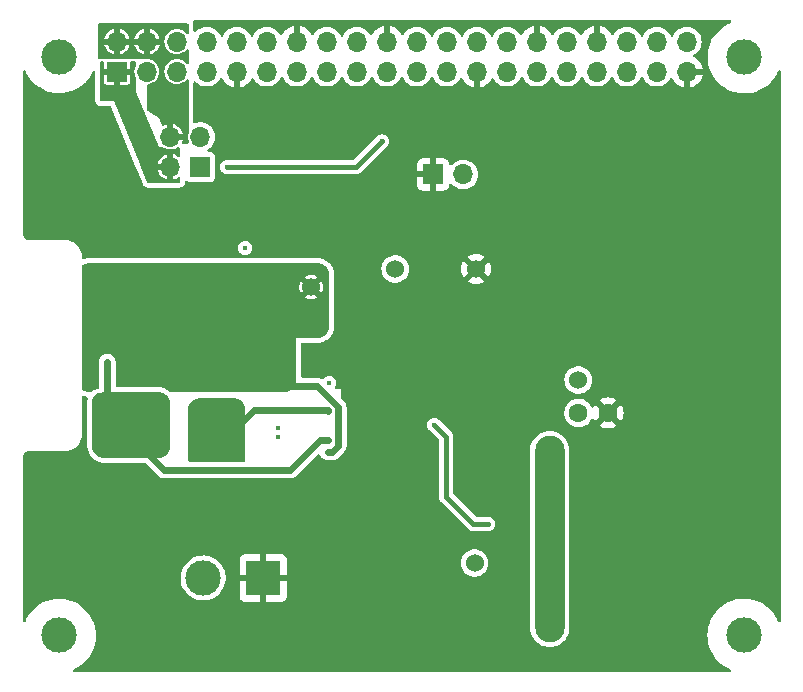
<source format=gbl>
G04 #@! TF.GenerationSoftware,KiCad,Pcbnew,(6.0.9-0)*
G04 #@! TF.CreationDate,2023-03-20T13:15:15-04:00*
G04 #@! TF.ProjectId,LM5116-05,4c4d3531-3136-42d3-9035-2e6b69636164,rev?*
G04 #@! TF.SameCoordinates,Original*
G04 #@! TF.FileFunction,Copper,L2,Bot*
G04 #@! TF.FilePolarity,Positive*
%FSLAX46Y46*%
G04 Gerber Fmt 4.6, Leading zero omitted, Abs format (unit mm)*
G04 Created by KiCad (PCBNEW (6.0.9-0)) date 2023-03-20 13:15:15*
%MOMM*%
%LPD*%
G01*
G04 APERTURE LIST*
G04 #@! TA.AperFunction,WasherPad*
%ADD10C,3.000000*%
G04 #@! TD*
G04 #@! TA.AperFunction,ComponentPad*
%ADD11R,1.700000X1.700000*%
G04 #@! TD*
G04 #@! TA.AperFunction,ComponentPad*
%ADD12O,1.700000X1.700000*%
G04 #@! TD*
G04 #@! TA.AperFunction,ComponentPad*
%ADD13R,3.000000X3.000000*%
G04 #@! TD*
G04 #@! TA.AperFunction,ComponentPad*
%ADD14C,3.000000*%
G04 #@! TD*
G04 #@! TA.AperFunction,ComponentPad*
%ADD15O,2.500000X17.500000*%
G04 #@! TD*
G04 #@! TA.AperFunction,ComponentPad*
%ADD16C,1.524000*%
G04 #@! TD*
G04 #@! TA.AperFunction,ComponentPad*
%ADD17C,1.600000*%
G04 #@! TD*
G04 #@! TA.AperFunction,ViaPad*
%ADD18C,0.400000*%
G04 #@! TD*
G04 #@! TA.AperFunction,Conductor*
%ADD19C,0.250000*%
G04 #@! TD*
G04 #@! TA.AperFunction,Conductor*
%ADD20C,0.400000*%
G04 #@! TD*
G04 #@! TA.AperFunction,Conductor*
%ADD21C,0.600000*%
G04 #@! TD*
G04 APERTURE END LIST*
D10*
X82040000Y-64310000D03*
X140040000Y-64330000D03*
X82040000Y-113320000D03*
X140030000Y-113310000D03*
D11*
X93980000Y-73660000D03*
D12*
X91440000Y-73660000D03*
X93980000Y-71120000D03*
X91440000Y-71120000D03*
D13*
X99314000Y-108458000D03*
D14*
X94234000Y-108458000D03*
D11*
X113700000Y-74295000D03*
D12*
X116240000Y-74295000D03*
D15*
X123571000Y-105156000D03*
D16*
X103378000Y-83820000D03*
X125984000Y-91694000D03*
X117202000Y-107188000D03*
X117348000Y-82296000D03*
D17*
X128504000Y-94488000D03*
X126004000Y-94488000D03*
D16*
X110490000Y-82296000D03*
D11*
X86920000Y-65590000D03*
D12*
X86920000Y-63050000D03*
X89460000Y-65590000D03*
X89460000Y-63050000D03*
X92000000Y-65590000D03*
X92000000Y-63050000D03*
X94540000Y-65590000D03*
X94540000Y-63050000D03*
X97080000Y-65590000D03*
X97080000Y-63050000D03*
X99620000Y-65590000D03*
X99620000Y-63050000D03*
X102160000Y-65590000D03*
X102160000Y-63050000D03*
X104700000Y-65590000D03*
X104700000Y-63050000D03*
X107240000Y-65590000D03*
X107240000Y-63050000D03*
X109780000Y-65590000D03*
X109780000Y-63050000D03*
X112320000Y-65590000D03*
X112320000Y-63050000D03*
X114860000Y-65590000D03*
X114860000Y-63050000D03*
X117400000Y-65590000D03*
X117400000Y-63050000D03*
X119940000Y-65590000D03*
X119940000Y-63050000D03*
X122480000Y-65590000D03*
X122480000Y-63050000D03*
X125020000Y-65590000D03*
X125020000Y-63050000D03*
X127560000Y-65590000D03*
X127560000Y-63050000D03*
X130100000Y-65590000D03*
X130100000Y-63050000D03*
X132640000Y-65590000D03*
X132640000Y-63050000D03*
X135180000Y-65590000D03*
X135180000Y-63050000D03*
D18*
X109220000Y-98806000D03*
X102616000Y-76454000D03*
X109220000Y-95758000D03*
X95504000Y-102616000D03*
X94996000Y-101092000D03*
X94996000Y-100330000D03*
X109351000Y-92841000D03*
X108458000Y-92964000D03*
X95250000Y-77724000D03*
X119126000Y-85598000D03*
X119634000Y-88646000D03*
X96012000Y-77724000D03*
X119126000Y-88646000D03*
X109351000Y-93726000D03*
X108523500Y-95758000D03*
X102616000Y-77216000D03*
X108523500Y-93660500D03*
X95504000Y-103632000D03*
X119634000Y-85598000D03*
X109220000Y-99822000D03*
X109347000Y-71501000D03*
X96266000Y-73660000D03*
X97790000Y-80518000D03*
X88646000Y-88900000D03*
X104779000Y-97790000D03*
X95504000Y-92202000D03*
X87884000Y-88900000D03*
X90678000Y-88138000D03*
X89408000Y-88900000D03*
X98552000Y-92202000D03*
X88646000Y-90424000D03*
X89662000Y-90424000D03*
X90678000Y-88900000D03*
X87122000Y-88900000D03*
X97536000Y-92202000D03*
X90678000Y-89662000D03*
X90678000Y-90424000D03*
X87630000Y-90424000D03*
X96520000Y-92202000D03*
X86360000Y-88900000D03*
X113792000Y-95504000D03*
X118364000Y-103886000D03*
X100584000Y-95758000D03*
X100584000Y-96520000D03*
X104902000Y-91948000D03*
X86106000Y-90170000D03*
X104779000Y-96774000D03*
X95758000Y-97028000D03*
X104902000Y-94234000D03*
D19*
X119940000Y-66060000D02*
X119940000Y-65590000D01*
D20*
X109347000Y-71501000D02*
X107188000Y-73660000D01*
X107188000Y-73660000D02*
X96266000Y-73660000D01*
D21*
X105156000Y-97790000D02*
X104779000Y-97790000D01*
X105664000Y-97282000D02*
X105156000Y-97790000D01*
X103859949Y-92202000D02*
X105664000Y-94006051D01*
X105664000Y-94006051D02*
X105664000Y-97282000D01*
X98552000Y-92202000D02*
X103859949Y-92202000D01*
D20*
X114808000Y-96520000D02*
X114808000Y-101600000D01*
X113792000Y-95504000D02*
X114808000Y-96520000D01*
X114808000Y-101600000D02*
X117094000Y-103886000D01*
X117094000Y-103886000D02*
X118364000Y-103886000D01*
D21*
X104779000Y-96774000D02*
X104140000Y-96774000D01*
X86106000Y-94488000D02*
X86106000Y-90170000D01*
X104140000Y-96774000D02*
X101600000Y-99314000D01*
X101600000Y-99314000D02*
X90932000Y-99314000D01*
X90932000Y-99314000D02*
X86106000Y-94488000D01*
X98552000Y-94234000D02*
X104760579Y-94234000D01*
X104760579Y-94234000D02*
X104831290Y-94304711D01*
X95758000Y-97028000D02*
X98552000Y-94234000D01*
G04 #@! TA.AperFunction,Conductor*
G36*
X103906843Y-81788477D02*
G01*
X104087388Y-81806259D01*
X104106418Y-81810045D01*
X104190886Y-81835667D01*
X104275353Y-81861290D01*
X104293283Y-81868717D01*
X104448969Y-81951933D01*
X104465106Y-81962715D01*
X104520163Y-82007898D01*
X104601573Y-82074710D01*
X104615290Y-82088427D01*
X104682102Y-82169837D01*
X104727285Y-82224894D01*
X104738067Y-82241031D01*
X104821283Y-82396717D01*
X104828710Y-82414647D01*
X104879955Y-82583580D01*
X104883741Y-82602614D01*
X104901523Y-82783157D01*
X104902000Y-82792861D01*
X104902000Y-87133139D01*
X104901523Y-87142843D01*
X104883741Y-87323386D01*
X104879955Y-87342420D01*
X104828710Y-87511353D01*
X104821283Y-87529283D01*
X104738067Y-87684969D01*
X104727285Y-87701106D01*
X104615290Y-87837573D01*
X104601573Y-87851290D01*
X104520163Y-87918102D01*
X104465106Y-87963285D01*
X104448969Y-87974067D01*
X104293283Y-88057283D01*
X104275353Y-88064710D01*
X104190887Y-88090332D01*
X104106418Y-88115955D01*
X104087388Y-88119741D01*
X103906843Y-88137523D01*
X103897139Y-88138000D01*
X102108000Y-88138000D01*
X102108000Y-91705139D01*
X102107523Y-91714843D01*
X102089741Y-91895386D01*
X102085955Y-91914420D01*
X102034710Y-92083353D01*
X102027283Y-92101283D01*
X101944067Y-92256969D01*
X101933285Y-92273106D01*
X101907133Y-92304973D01*
X101821290Y-92409573D01*
X101807573Y-92423290D01*
X101775446Y-92449656D01*
X101671106Y-92535285D01*
X101654969Y-92546067D01*
X101499283Y-92629283D01*
X101481353Y-92636710D01*
X101396886Y-92662333D01*
X101312418Y-92687955D01*
X101293388Y-92691741D01*
X101112843Y-92709523D01*
X101103139Y-92710000D01*
X91464518Y-92710000D01*
X91406327Y-92691093D01*
X91398653Y-92684858D01*
X91398645Y-92684868D01*
X91398320Y-92684587D01*
X91398041Y-92684361D01*
X91397722Y-92684072D01*
X91397713Y-92684064D01*
X91396819Y-92683254D01*
X91277938Y-92585691D01*
X91261292Y-92572030D01*
X91261281Y-92572022D01*
X91260352Y-92571259D01*
X91259389Y-92570545D01*
X91259379Y-92570537D01*
X91229367Y-92548279D01*
X91229366Y-92548278D01*
X91228384Y-92547550D01*
X91226165Y-92546067D01*
X91221456Y-92542921D01*
X91212247Y-92536768D01*
X91211226Y-92536156D01*
X91211207Y-92536144D01*
X91179156Y-92516934D01*
X91179146Y-92516928D01*
X91178121Y-92516314D01*
X91022435Y-92433098D01*
X91021343Y-92432581D01*
X91021334Y-92432577D01*
X91007301Y-92425940D01*
X90986464Y-92416085D01*
X90968534Y-92408658D01*
X90931062Y-92395250D01*
X90762127Y-92344005D01*
X90760952Y-92343711D01*
X90760946Y-92343709D01*
X90751188Y-92341265D01*
X90723541Y-92334339D01*
X90722379Y-92334108D01*
X90722362Y-92334104D01*
X90705729Y-92330795D01*
X90705717Y-92330793D01*
X90704511Y-92330553D01*
X90665134Y-92324712D01*
X90484589Y-92306930D01*
X90472439Y-92306033D01*
X90465337Y-92305509D01*
X90465318Y-92305508D01*
X90464751Y-92305466D01*
X90462550Y-92305358D01*
X90455666Y-92305019D01*
X90455632Y-92305018D01*
X90455047Y-92304989D01*
X90454424Y-92304974D01*
X90454405Y-92304973D01*
X90435718Y-92304514D01*
X90435700Y-92304514D01*
X90435139Y-92304500D01*
X86905500Y-92304500D01*
X86847309Y-92285593D01*
X86811345Y-92236093D01*
X86806500Y-92205500D01*
X86806500Y-90127484D01*
X86791276Y-90001680D01*
X86731345Y-89843077D01*
X86635312Y-89703349D01*
X86508721Y-89590560D01*
X86358881Y-89511224D01*
X86276661Y-89490572D01*
X86200231Y-89471373D01*
X86200228Y-89471373D01*
X86194441Y-89469919D01*
X86108841Y-89469471D01*
X86030861Y-89469062D01*
X86030859Y-89469062D01*
X86024895Y-89469031D01*
X86019099Y-89470423D01*
X86019095Y-89470423D01*
X85911703Y-89496207D01*
X85860032Y-89508612D01*
X85784701Y-89547493D01*
X85714675Y-89583636D01*
X85714673Y-89583638D01*
X85709369Y-89586375D01*
X85581604Y-89697831D01*
X85484113Y-89836547D01*
X85422524Y-89994513D01*
X85405500Y-90123826D01*
X85405500Y-92326348D01*
X85386593Y-92384539D01*
X85337093Y-92420503D01*
X85330512Y-92422392D01*
X85289773Y-92432577D01*
X85252029Y-92442013D01*
X85251218Y-92442245D01*
X85251194Y-92442251D01*
X85239104Y-92445704D01*
X85226179Y-92449394D01*
X85225365Y-92449656D01*
X85214492Y-92453154D01*
X85214479Y-92453159D01*
X85213694Y-92453411D01*
X85212909Y-92453692D01*
X85212899Y-92453696D01*
X85204037Y-92456875D01*
X85188405Y-92462483D01*
X85187642Y-92462786D01*
X85187625Y-92462792D01*
X85135286Y-92483549D01*
X85041963Y-92520559D01*
X84993445Y-92543628D01*
X84970603Y-92556409D01*
X84969250Y-92557289D01*
X84969241Y-92557294D01*
X84947760Y-92571259D01*
X84925560Y-92585691D01*
X84804762Y-92676143D01*
X84803515Y-92677213D01*
X84793104Y-92686143D01*
X84736626Y-92709678D01*
X84728649Y-92710000D01*
X84570861Y-92710000D01*
X84561157Y-92709523D01*
X84380612Y-92691741D01*
X84361582Y-92687955D01*
X84277114Y-92662333D01*
X84192647Y-92636710D01*
X84174717Y-92629283D01*
X84067604Y-92572030D01*
X84019026Y-92546065D01*
X84002864Y-92535260D01*
X84002660Y-92535093D01*
X83969697Y-92483549D01*
X83966500Y-92458595D01*
X83966500Y-84692168D01*
X102870315Y-84692168D01*
X102877543Y-84699678D01*
X102966658Y-84749484D01*
X102975492Y-84753344D01*
X103155037Y-84811681D01*
X103164437Y-84813748D01*
X103351902Y-84836101D01*
X103361529Y-84836303D01*
X103549754Y-84821820D01*
X103559245Y-84820146D01*
X103741066Y-84769381D01*
X103750063Y-84765891D01*
X103878658Y-84700934D01*
X103886698Y-84692950D01*
X103881506Y-84682716D01*
X103389086Y-84190296D01*
X103377203Y-84184242D01*
X103372172Y-84185038D01*
X102875792Y-84681418D01*
X102870315Y-84692168D01*
X83966500Y-84692168D01*
X83966500Y-83810622D01*
X102361607Y-83810622D01*
X102377404Y-83998750D01*
X102379142Y-84008218D01*
X102431177Y-84189687D01*
X102434728Y-84198655D01*
X102497290Y-84320388D01*
X102505417Y-84328459D01*
X102515481Y-84323309D01*
X103007704Y-83831086D01*
X103012946Y-83820797D01*
X103742242Y-83820797D01*
X103743038Y-83825828D01*
X104239322Y-84322112D01*
X104250177Y-84327643D01*
X104257585Y-84320564D01*
X104304593Y-84237815D01*
X104308508Y-84229020D01*
X104368099Y-84049883D01*
X104370233Y-84040489D01*
X104394153Y-83851145D01*
X104394540Y-83845620D01*
X104394858Y-83822771D01*
X104394626Y-83817241D01*
X104376002Y-83627302D01*
X104374132Y-83617854D01*
X104319566Y-83437123D01*
X104315896Y-83428219D01*
X104258376Y-83320039D01*
X104249959Y-83311911D01*
X104240241Y-83316969D01*
X103748296Y-83808914D01*
X103742242Y-83820797D01*
X103012946Y-83820797D01*
X103013758Y-83819203D01*
X103012962Y-83814172D01*
X102516449Y-83317659D01*
X102505807Y-83312237D01*
X102498192Y-83319616D01*
X102445668Y-83415156D01*
X102441869Y-83424019D01*
X102384790Y-83603958D01*
X102382785Y-83613389D01*
X102361741Y-83800994D01*
X102361607Y-83810622D01*
X83966500Y-83810622D01*
X83966500Y-82947749D01*
X102869744Y-82947749D01*
X102874848Y-82957638D01*
X103366914Y-83449704D01*
X103378797Y-83455758D01*
X103383828Y-83454962D01*
X103880512Y-82958278D01*
X103885879Y-82947744D01*
X103878352Y-82940030D01*
X103776317Y-82884860D01*
X103767446Y-82881131D01*
X103587097Y-82825303D01*
X103577665Y-82823367D01*
X103389915Y-82803634D01*
X103380277Y-82803567D01*
X103192273Y-82820676D01*
X103182807Y-82822482D01*
X103001711Y-82875782D01*
X102992770Y-82879395D01*
X102877848Y-82939475D01*
X102869744Y-82947749D01*
X83966500Y-82947749D01*
X83966500Y-82039405D01*
X83985407Y-81981214D01*
X84002657Y-81962909D01*
X84002864Y-81962740D01*
X84019026Y-81951935D01*
X84174717Y-81868717D01*
X84192647Y-81861290D01*
X84277114Y-81835667D01*
X84361582Y-81810045D01*
X84380612Y-81806259D01*
X84561157Y-81788477D01*
X84570861Y-81788000D01*
X103897139Y-81788000D01*
X103906843Y-81788477D01*
G37*
G04 #@! TD.AperFunction*
G04 #@! TA.AperFunction,Conductor*
G36*
X96794843Y-93218477D02*
G01*
X96975388Y-93236259D01*
X96994418Y-93240045D01*
X97078886Y-93265667D01*
X97163353Y-93291290D01*
X97181283Y-93298717D01*
X97336969Y-93381933D01*
X97353106Y-93392715D01*
X97489573Y-93504710D01*
X97503290Y-93518427D01*
X97570102Y-93599837D01*
X97615285Y-93654894D01*
X97626067Y-93671031D01*
X97709283Y-93826717D01*
X97716710Y-93844647D01*
X97767955Y-94013580D01*
X97771741Y-94032614D01*
X97789523Y-94213157D01*
X97790000Y-94222861D01*
X97790000Y-98514500D01*
X97771093Y-98572691D01*
X97721593Y-98608655D01*
X97691000Y-98613500D01*
X93063000Y-98613500D01*
X93004809Y-98594593D01*
X92968845Y-98545093D01*
X92964000Y-98514500D01*
X92964000Y-94222861D01*
X92964477Y-94213157D01*
X92982259Y-94032614D01*
X92986045Y-94013580D01*
X93037290Y-93844647D01*
X93044717Y-93826717D01*
X93127933Y-93671031D01*
X93138715Y-93654894D01*
X93183898Y-93599837D01*
X93250710Y-93518427D01*
X93264427Y-93504710D01*
X93400894Y-93392715D01*
X93417031Y-93381933D01*
X93572717Y-93298717D01*
X93590647Y-93291290D01*
X93675114Y-93265667D01*
X93759582Y-93240045D01*
X93778612Y-93236259D01*
X93959157Y-93218477D01*
X93968861Y-93218000D01*
X96785139Y-93218000D01*
X96794843Y-93218477D01*
G37*
G04 #@! TD.AperFunction*
G04 #@! TA.AperFunction,Conductor*
G36*
X138885307Y-61238113D02*
G01*
X138931800Y-61291769D01*
X138941904Y-61362043D01*
X138912410Y-61426623D01*
X138864386Y-61460936D01*
X138721055Y-61518845D01*
X138721051Y-61518847D01*
X138717791Y-61520164D01*
X138714704Y-61521833D01*
X138714700Y-61521835D01*
X138608912Y-61579034D01*
X138412822Y-61685060D01*
X138128134Y-61882923D01*
X138125492Y-61885236D01*
X138125488Y-61885239D01*
X137962522Y-62027905D01*
X137867276Y-62111287D01*
X137633499Y-62367306D01*
X137429717Y-62647787D01*
X137427975Y-62650853D01*
X137427974Y-62650855D01*
X137420281Y-62664397D01*
X137258470Y-62949237D01*
X137194226Y-63099131D01*
X137124207Y-63262498D01*
X137121893Y-63267896D01*
X137117032Y-63283998D01*
X137026994Y-63582217D01*
X137021687Y-63599793D01*
X137003663Y-63697996D01*
X136961273Y-63928965D01*
X136959102Y-63940792D01*
X136934918Y-64286642D01*
X136949436Y-64633032D01*
X136970623Y-64769891D01*
X137001190Y-64967344D01*
X137002475Y-64975646D01*
X137003397Y-64979038D01*
X137003397Y-64979040D01*
X137004296Y-64982350D01*
X137093375Y-65310212D01*
X137221001Y-65632560D01*
X137222647Y-65635656D01*
X137222649Y-65635660D01*
X137274142Y-65732503D01*
X137383765Y-65938673D01*
X137385750Y-65941572D01*
X137577645Y-66221829D01*
X137577650Y-66221835D01*
X137579636Y-66224736D01*
X137806173Y-66487182D01*
X137808743Y-66489562D01*
X137808747Y-66489566D01*
X137883548Y-66558832D01*
X138060553Y-66722740D01*
X138063375Y-66724821D01*
X138063378Y-66724823D01*
X138139918Y-66781253D01*
X138339605Y-66928475D01*
X138639852Y-67101823D01*
X138957550Y-67240621D01*
X138960906Y-67241660D01*
X138960909Y-67241661D01*
X139098630Y-67284293D01*
X139288739Y-67343142D01*
X139292191Y-67343800D01*
X139292197Y-67343802D01*
X139625842Y-67407448D01*
X139625847Y-67407449D01*
X139629293Y-67408106D01*
X139857780Y-67425687D01*
X139971469Y-67434435D01*
X139971470Y-67434435D01*
X139974966Y-67434704D01*
X140204159Y-67426700D01*
X140317933Y-67422727D01*
X140317937Y-67422727D01*
X140321449Y-67422604D01*
X140324928Y-67422090D01*
X140324931Y-67422090D01*
X140660932Y-67372474D01*
X140660938Y-67372473D01*
X140664424Y-67371958D01*
X140667828Y-67371059D01*
X140667831Y-67371058D01*
X140996226Y-67284293D01*
X140996227Y-67284293D01*
X140999617Y-67283397D01*
X141322848Y-67158023D01*
X141630090Y-66997401D01*
X141779381Y-66896703D01*
X141914597Y-66805499D01*
X141914599Y-66805498D01*
X141917513Y-66803532D01*
X141937317Y-66786678D01*
X142178861Y-66581107D01*
X142178862Y-66581106D01*
X142181534Y-66578832D01*
X142270097Y-66484522D01*
X142416452Y-66328671D01*
X142416456Y-66328666D01*
X142418863Y-66326103D01*
X142420968Y-66323289D01*
X142420974Y-66323282D01*
X142624432Y-66051313D01*
X142626541Y-66048494D01*
X142643652Y-66019330D01*
X142729598Y-65872837D01*
X142801980Y-65749465D01*
X142886383Y-65559894D01*
X142904749Y-65518644D01*
X142950730Y-65464548D01*
X143018657Y-65443899D01*
X143086965Y-65463252D01*
X143133966Y-65516462D01*
X143145856Y-65569892D01*
X143145854Y-79537294D01*
X143145851Y-112096869D01*
X143125849Y-112164990D01*
X143072193Y-112211483D01*
X143001919Y-112221586D01*
X142937339Y-112192093D01*
X142903358Y-112144884D01*
X142831875Y-111971452D01*
X142831871Y-111971444D01*
X142830537Y-111968207D01*
X142663516Y-111664397D01*
X142463670Y-111381097D01*
X142233490Y-111121839D01*
X141975846Y-110889856D01*
X141693948Y-110688037D01*
X141690885Y-110686325D01*
X141690880Y-110686322D01*
X141412281Y-110530618D01*
X141391311Y-110518898D01*
X141388066Y-110517534D01*
X141388062Y-110517532D01*
X141115090Y-110402786D01*
X141071706Y-110384549D01*
X141068343Y-110383559D01*
X141068334Y-110383556D01*
X140863222Y-110323189D01*
X140739117Y-110286663D01*
X140430181Y-110232189D01*
X140401150Y-110227070D01*
X140401148Y-110227070D01*
X140397690Y-110226460D01*
X140394181Y-110226239D01*
X140394179Y-110226239D01*
X140055198Y-110204912D01*
X140055192Y-110204912D01*
X140051680Y-110204691D01*
X139953499Y-110209493D01*
X139708906Y-110221455D01*
X139708897Y-110221456D01*
X139705399Y-110221627D01*
X139701931Y-110222189D01*
X139701928Y-110222189D01*
X139366639Y-110276494D01*
X139366636Y-110276495D01*
X139363164Y-110277057D01*
X139359777Y-110278003D01*
X139359771Y-110278004D01*
X139086987Y-110354167D01*
X139029241Y-110370290D01*
X138927678Y-110411324D01*
X138711055Y-110498845D01*
X138711051Y-110498847D01*
X138707791Y-110500164D01*
X138704704Y-110501833D01*
X138704700Y-110501835D01*
X138651467Y-110530618D01*
X138402822Y-110665060D01*
X138118134Y-110862923D01*
X138115492Y-110865236D01*
X138115488Y-110865239D01*
X138073253Y-110902213D01*
X137857276Y-111091287D01*
X137623499Y-111347306D01*
X137419717Y-111627787D01*
X137417975Y-111630853D01*
X137417974Y-111630855D01*
X137414036Y-111637787D01*
X137248470Y-111929237D01*
X137180152Y-112088635D01*
X137127500Y-112211483D01*
X137111893Y-112247896D01*
X137011687Y-112579793D01*
X137002726Y-112628617D01*
X136951072Y-112910060D01*
X136949102Y-112920792D01*
X136924918Y-113266642D01*
X136939436Y-113613032D01*
X136941930Y-113629140D01*
X136972512Y-113826689D01*
X136992475Y-113955646D01*
X137083375Y-114290212D01*
X137211001Y-114612560D01*
X137212647Y-114615656D01*
X137212649Y-114615660D01*
X137273161Y-114729465D01*
X137373765Y-114918673D01*
X137375750Y-114921572D01*
X137567645Y-115201829D01*
X137567650Y-115201835D01*
X137569636Y-115204736D01*
X137796173Y-115467182D01*
X138050553Y-115702740D01*
X138053375Y-115704821D01*
X138053378Y-115704823D01*
X138146872Y-115773753D01*
X138329605Y-115908475D01*
X138629852Y-116081823D01*
X138809258Y-116160203D01*
X138844613Y-116175649D01*
X138899028Y-116221250D01*
X138920152Y-116289032D01*
X138901277Y-116357473D01*
X138848396Y-116404845D01*
X138794169Y-116417111D01*
X83302374Y-116417111D01*
X83234253Y-116397109D01*
X83187760Y-116343453D01*
X83177656Y-116273179D01*
X83207150Y-116208599D01*
X83256809Y-116173638D01*
X83291446Y-116160203D01*
X83322848Y-116148023D01*
X83630090Y-115987401D01*
X83875328Y-115821986D01*
X83914597Y-115795499D01*
X83914599Y-115795498D01*
X83917513Y-115793532D01*
X84021746Y-115704823D01*
X84178861Y-115571107D01*
X84178862Y-115571106D01*
X84181534Y-115568832D01*
X84304056Y-115438360D01*
X84416452Y-115318671D01*
X84416456Y-115318666D01*
X84418863Y-115316103D01*
X84420968Y-115313289D01*
X84420974Y-115313282D01*
X84624432Y-115041313D01*
X84626541Y-115038494D01*
X84690973Y-114928673D01*
X84725479Y-114869858D01*
X84801980Y-114739465D01*
X84942994Y-114422744D01*
X85047824Y-114092278D01*
X85115164Y-113752186D01*
X85131074Y-113562716D01*
X85143991Y-113408891D01*
X85143992Y-113408880D01*
X85144174Y-113406707D01*
X85144226Y-113403054D01*
X85145355Y-113322178D01*
X85145355Y-113322166D01*
X85145385Y-113320000D01*
X85126032Y-112973846D01*
X85117655Y-112924314D01*
X85083242Y-112720853D01*
X121920500Y-112720853D01*
X121935779Y-112914994D01*
X121936933Y-112919801D01*
X121936934Y-112919807D01*
X121975220Y-113079276D01*
X121996427Y-113167610D01*
X121998320Y-113172181D01*
X121998321Y-113172183D01*
X122058650Y-113317828D01*
X122095846Y-113407628D01*
X122231588Y-113629140D01*
X122400311Y-113826689D01*
X122597860Y-113995412D01*
X122819372Y-114131154D01*
X122823942Y-114133047D01*
X122823946Y-114133049D01*
X122935034Y-114179063D01*
X123059390Y-114230573D01*
X123147724Y-114251780D01*
X123307193Y-114290066D01*
X123307199Y-114290067D01*
X123312006Y-114291221D01*
X123571000Y-114311604D01*
X123829994Y-114291221D01*
X123834801Y-114290067D01*
X123834807Y-114290066D01*
X123994276Y-114251780D01*
X124082610Y-114230573D01*
X124206966Y-114179063D01*
X124318054Y-114133049D01*
X124318058Y-114133047D01*
X124322628Y-114131154D01*
X124544140Y-113995412D01*
X124741689Y-113826689D01*
X124910412Y-113629140D01*
X125046154Y-113407628D01*
X125083351Y-113317828D01*
X125143679Y-113172183D01*
X125143680Y-113172181D01*
X125145573Y-113167610D01*
X125166780Y-113079276D01*
X125205066Y-112919807D01*
X125205067Y-112919801D01*
X125206221Y-112914994D01*
X125221500Y-112720853D01*
X125221500Y-97591147D01*
X125220626Y-97580031D01*
X125207881Y-97418100D01*
X125206221Y-97397006D01*
X125205067Y-97392199D01*
X125205066Y-97392193D01*
X125146728Y-97149202D01*
X125145573Y-97144390D01*
X125137824Y-97125682D01*
X125048049Y-96908946D01*
X125048047Y-96908942D01*
X125046154Y-96904372D01*
X124910412Y-96682860D01*
X124741689Y-96485311D01*
X124544140Y-96316588D01*
X124322628Y-96180846D01*
X124318058Y-96178953D01*
X124318054Y-96178951D01*
X124087183Y-96083321D01*
X124087181Y-96083320D01*
X124082610Y-96081427D01*
X123994276Y-96060220D01*
X123834807Y-96021934D01*
X123834801Y-96021933D01*
X123829994Y-96020779D01*
X123571000Y-96000396D01*
X123312006Y-96020779D01*
X123307199Y-96021933D01*
X123307193Y-96021934D01*
X123147724Y-96060220D01*
X123059390Y-96081427D01*
X123054819Y-96083320D01*
X123054817Y-96083321D01*
X122823946Y-96178951D01*
X122823942Y-96178953D01*
X122819372Y-96180846D01*
X122597860Y-96316588D01*
X122400311Y-96485311D01*
X122231588Y-96682860D01*
X122095846Y-96904372D01*
X122093953Y-96908942D01*
X122093951Y-96908946D01*
X122004176Y-97125682D01*
X121996427Y-97144390D01*
X121995272Y-97149202D01*
X121936934Y-97392193D01*
X121936933Y-97392199D01*
X121935779Y-97397006D01*
X121934119Y-97418100D01*
X121921375Y-97580031D01*
X121920500Y-97591147D01*
X121920500Y-112720853D01*
X85083242Y-112720853D01*
X85068803Y-112635488D01*
X85068802Y-112635484D01*
X85068214Y-112632007D01*
X84972652Y-112298742D01*
X84889446Y-112096869D01*
X84841875Y-111981452D01*
X84841871Y-111981444D01*
X84840537Y-111978207D01*
X84673516Y-111674397D01*
X84473670Y-111391097D01*
X84243490Y-111131839D01*
X83985846Y-110899856D01*
X83703948Y-110698037D01*
X83700885Y-110696325D01*
X83700880Y-110696322D01*
X83545878Y-110609694D01*
X83401311Y-110528898D01*
X83398066Y-110527534D01*
X83398062Y-110527532D01*
X83084948Y-110395912D01*
X83081706Y-110394549D01*
X83078343Y-110393559D01*
X83078334Y-110393556D01*
X82799328Y-110311441D01*
X82749117Y-110296663D01*
X82476065Y-110248516D01*
X82411150Y-110237070D01*
X82411148Y-110237070D01*
X82407690Y-110236460D01*
X82404181Y-110236239D01*
X82404179Y-110236239D01*
X82065198Y-110214912D01*
X82065192Y-110214912D01*
X82061680Y-110214691D01*
X81963499Y-110219493D01*
X81718906Y-110231455D01*
X81718897Y-110231456D01*
X81715399Y-110231627D01*
X81711931Y-110232189D01*
X81711928Y-110232189D01*
X81376639Y-110286494D01*
X81376636Y-110286495D01*
X81373164Y-110287057D01*
X81369777Y-110288003D01*
X81369771Y-110288004D01*
X81218897Y-110330129D01*
X81039241Y-110380290D01*
X80962429Y-110411324D01*
X80721055Y-110508845D01*
X80721051Y-110508847D01*
X80717791Y-110510164D01*
X80714704Y-110511833D01*
X80714700Y-110511835D01*
X80683143Y-110528898D01*
X80412822Y-110675060D01*
X80128134Y-110872923D01*
X80125492Y-110875236D01*
X80125488Y-110875239D01*
X80094676Y-110902213D01*
X79867276Y-111101287D01*
X79633499Y-111357306D01*
X79429717Y-111637787D01*
X79258470Y-111939237D01*
X79190909Y-112096869D01*
X79189025Y-112101265D01*
X79143805Y-112155997D01*
X79076173Y-112177593D01*
X79007601Y-112159196D01*
X78959861Y-112106647D01*
X78947214Y-112051602D01*
X78947230Y-111975132D01*
X78947954Y-108398151D01*
X92329585Y-108398151D01*
X92329760Y-108402602D01*
X92336763Y-108580820D01*
X92340152Y-108667083D01*
X92388505Y-108931843D01*
X92473682Y-109187148D01*
X92593981Y-109427905D01*
X92747003Y-109649309D01*
X92750025Y-109652578D01*
X92926679Y-109843682D01*
X92926684Y-109843687D01*
X92929695Y-109846944D01*
X93138411Y-110016866D01*
X93142229Y-110019165D01*
X93142231Y-110019166D01*
X93365170Y-110153386D01*
X93368987Y-110155684D01*
X93373082Y-110157418D01*
X93373084Y-110157419D01*
X93612721Y-110258892D01*
X93612728Y-110258894D01*
X93616822Y-110260628D01*
X93712710Y-110286052D01*
X93872675Y-110328467D01*
X93872680Y-110328468D01*
X93876972Y-110329606D01*
X93881381Y-110330128D01*
X93881387Y-110330129D01*
X94030289Y-110347752D01*
X94144245Y-110361240D01*
X94413310Y-110354899D01*
X94417708Y-110354167D01*
X94674406Y-110311441D01*
X94674410Y-110311440D01*
X94678796Y-110310710D01*
X94683037Y-110309369D01*
X94683040Y-110309368D01*
X94931162Y-110230897D01*
X94931164Y-110230896D01*
X94935408Y-110229554D01*
X94939419Y-110227628D01*
X94939424Y-110227626D01*
X95174006Y-110114981D01*
X95174007Y-110114980D01*
X95178025Y-110113051D01*
X95256895Y-110060352D01*
X95343224Y-110002669D01*
X97306001Y-110002669D01*
X97306371Y-110009490D01*
X97311895Y-110060352D01*
X97315521Y-110075604D01*
X97360676Y-110196054D01*
X97369214Y-110211649D01*
X97445715Y-110313724D01*
X97458276Y-110326285D01*
X97560351Y-110402786D01*
X97575946Y-110411324D01*
X97696394Y-110456478D01*
X97711649Y-110460105D01*
X97762514Y-110465631D01*
X97769328Y-110466000D01*
X99041885Y-110466000D01*
X99057124Y-110461525D01*
X99058329Y-110460135D01*
X99060000Y-110452452D01*
X99060000Y-110447884D01*
X99568000Y-110447884D01*
X99572475Y-110463123D01*
X99573865Y-110464328D01*
X99581548Y-110465999D01*
X100858669Y-110465999D01*
X100865490Y-110465629D01*
X100916352Y-110460105D01*
X100931604Y-110456479D01*
X101052054Y-110411324D01*
X101067649Y-110402786D01*
X101169724Y-110326285D01*
X101182285Y-110313724D01*
X101258786Y-110211649D01*
X101267324Y-110196054D01*
X101312478Y-110075606D01*
X101316105Y-110060351D01*
X101321631Y-110009486D01*
X101322000Y-110002672D01*
X101322000Y-108730115D01*
X101317525Y-108714876D01*
X101316135Y-108713671D01*
X101308452Y-108712000D01*
X99586115Y-108712000D01*
X99570876Y-108716475D01*
X99569671Y-108717865D01*
X99568000Y-108725548D01*
X99568000Y-110447884D01*
X99060000Y-110447884D01*
X99060000Y-108730115D01*
X99055525Y-108714876D01*
X99054135Y-108713671D01*
X99046452Y-108712000D01*
X97324116Y-108712000D01*
X97308877Y-108716475D01*
X97307672Y-108717865D01*
X97306001Y-108725548D01*
X97306001Y-110002669D01*
X95343224Y-110002669D01*
X95398098Y-109966004D01*
X95398102Y-109966001D01*
X95401806Y-109963526D01*
X95405123Y-109960555D01*
X95405127Y-109960552D01*
X95598970Y-109786931D01*
X95602286Y-109783961D01*
X95615180Y-109768622D01*
X95772601Y-109581348D01*
X95772606Y-109581342D01*
X95775465Y-109577940D01*
X95917887Y-109349572D01*
X96026712Y-109103416D01*
X96099767Y-108844382D01*
X96135595Y-108577638D01*
X96139355Y-108458000D01*
X96120347Y-108189533D01*
X96119562Y-108185885D01*
X97306000Y-108185885D01*
X97310475Y-108201124D01*
X97311865Y-108202329D01*
X97319548Y-108204000D01*
X99041885Y-108204000D01*
X99057124Y-108199525D01*
X99058329Y-108198135D01*
X99060000Y-108190452D01*
X99060000Y-108185885D01*
X99568000Y-108185885D01*
X99572475Y-108201124D01*
X99573865Y-108202329D01*
X99581548Y-108204000D01*
X101303884Y-108204000D01*
X101319123Y-108199525D01*
X101320328Y-108198135D01*
X101321999Y-108190452D01*
X101321999Y-107157439D01*
X116034920Y-107157439D01*
X116048894Y-107370634D01*
X116101485Y-107577713D01*
X116190933Y-107771740D01*
X116194266Y-107776456D01*
X116297299Y-107922245D01*
X116314241Y-107946218D01*
X116467281Y-108095302D01*
X116644927Y-108214001D01*
X116650230Y-108216279D01*
X116650233Y-108216281D01*
X116835922Y-108296059D01*
X116841229Y-108298339D01*
X116942993Y-108321366D01*
X117043977Y-108344217D01*
X117043980Y-108344217D01*
X117049613Y-108345492D01*
X117055384Y-108345719D01*
X117055386Y-108345719D01*
X117120363Y-108348272D01*
X117263101Y-108353880D01*
X117368822Y-108338551D01*
X117468829Y-108324051D01*
X117468834Y-108324050D01*
X117474543Y-108323222D01*
X117480007Y-108321367D01*
X117480012Y-108321366D01*
X117671389Y-108256402D01*
X117676857Y-108254546D01*
X117863268Y-108150151D01*
X118027533Y-108013533D01*
X118164151Y-107849268D01*
X118268546Y-107662857D01*
X118337222Y-107460543D01*
X118340060Y-107440976D01*
X118367347Y-107252775D01*
X118367880Y-107249101D01*
X118369480Y-107188000D01*
X118351277Y-106989899D01*
X118350459Y-106980998D01*
X118350458Y-106980995D01*
X118349930Y-106975244D01*
X118343092Y-106950996D01*
X118293504Y-106775172D01*
X118293503Y-106775170D01*
X118291936Y-106769613D01*
X118280662Y-106746750D01*
X118199995Y-106583174D01*
X118197440Y-106577993D01*
X118178139Y-106552145D01*
X118073060Y-106411427D01*
X118073059Y-106411426D01*
X118069607Y-106406803D01*
X118065371Y-106402887D01*
X117916957Y-106265695D01*
X117916954Y-106265693D01*
X117912717Y-106261776D01*
X117732025Y-106147768D01*
X117533582Y-106068597D01*
X117527925Y-106067472D01*
X117527919Y-106067470D01*
X117329703Y-106028043D01*
X117329699Y-106028043D01*
X117324035Y-106026916D01*
X117318260Y-106026840D01*
X117318256Y-106026840D01*
X117210997Y-106025436D01*
X117110401Y-106024119D01*
X117104704Y-106025098D01*
X117104703Y-106025098D01*
X116905531Y-106059322D01*
X116899834Y-106060301D01*
X116699387Y-106134250D01*
X116694426Y-106137202D01*
X116694425Y-106137202D01*
X116520740Y-106240533D01*
X116520737Y-106240535D01*
X116515772Y-106243489D01*
X116511432Y-106247295D01*
X116511428Y-106247298D01*
X116359481Y-106380553D01*
X116355140Y-106384360D01*
X116222869Y-106552145D01*
X116220180Y-106557256D01*
X116220178Y-106557259D01*
X116178290Y-106636875D01*
X116123389Y-106741225D01*
X116121675Y-106746746D01*
X116121673Y-106746750D01*
X116083965Y-106868192D01*
X116060032Y-106945267D01*
X116034920Y-107157439D01*
X101321999Y-107157439D01*
X101321999Y-106913331D01*
X101321629Y-106906510D01*
X101316105Y-106855648D01*
X101312479Y-106840396D01*
X101267324Y-106719946D01*
X101258786Y-106704351D01*
X101182285Y-106602276D01*
X101169724Y-106589715D01*
X101067649Y-106513214D01*
X101052054Y-106504676D01*
X100931606Y-106459522D01*
X100916351Y-106455895D01*
X100865486Y-106450369D01*
X100858672Y-106450000D01*
X99586115Y-106450000D01*
X99570876Y-106454475D01*
X99569671Y-106455865D01*
X99568000Y-106463548D01*
X99568000Y-108185885D01*
X99060000Y-108185885D01*
X99060000Y-106468116D01*
X99055525Y-106452877D01*
X99054135Y-106451672D01*
X99046452Y-106450001D01*
X97769331Y-106450001D01*
X97762510Y-106450371D01*
X97711648Y-106455895D01*
X97696396Y-106459521D01*
X97575946Y-106504676D01*
X97560351Y-106513214D01*
X97458276Y-106589715D01*
X97445715Y-106602276D01*
X97369214Y-106704351D01*
X97360676Y-106719946D01*
X97315522Y-106840394D01*
X97311895Y-106855649D01*
X97306369Y-106906514D01*
X97306000Y-106913328D01*
X97306000Y-108185885D01*
X96119562Y-108185885D01*
X96111074Y-108146460D01*
X96076694Y-107986778D01*
X96063700Y-107926423D01*
X96044188Y-107873531D01*
X95972090Y-107678101D01*
X95972089Y-107678099D01*
X95970547Y-107673919D01*
X95939249Y-107615913D01*
X95844857Y-107440976D01*
X95842744Y-107437060D01*
X95682843Y-107220571D01*
X95494034Y-107028772D01*
X95423896Y-106975244D01*
X95283623Y-106868192D01*
X95280083Y-106865490D01*
X95227434Y-106836005D01*
X95049147Y-106736159D01*
X95049144Y-106736158D01*
X95045261Y-106733983D01*
X95041122Y-106732382D01*
X95041114Y-106732378D01*
X94855566Y-106660596D01*
X94794251Y-106636875D01*
X94789926Y-106635872D01*
X94789921Y-106635871D01*
X94590789Y-106589715D01*
X94532063Y-106576103D01*
X94263928Y-106552880D01*
X94259493Y-106553124D01*
X94259489Y-106553124D01*
X94150324Y-106559132D01*
X93995196Y-106567669D01*
X93990833Y-106568537D01*
X93990832Y-106568537D01*
X93735596Y-106619307D01*
X93735594Y-106619308D01*
X93731228Y-106620176D01*
X93477292Y-106709352D01*
X93238455Y-106833418D01*
X93234840Y-106836001D01*
X93234834Y-106836005D01*
X93189793Y-106868192D01*
X93019481Y-106989899D01*
X93016254Y-106992977D01*
X93016252Y-106992979D01*
X92837809Y-107163205D01*
X92824740Y-107175672D01*
X92658118Y-107387032D01*
X92612243Y-107466012D01*
X92525173Y-107615913D01*
X92525170Y-107615919D01*
X92522939Y-107619760D01*
X92521269Y-107623883D01*
X92429979Y-107849268D01*
X92421900Y-107869213D01*
X92420829Y-107873526D01*
X92420827Y-107873531D01*
X92385134Y-108017224D01*
X92357017Y-108130414D01*
X92329585Y-108398151D01*
X78947954Y-108398151D01*
X78949925Y-98663542D01*
X78949991Y-98339467D01*
X78951542Y-98319781D01*
X78953441Y-98307792D01*
X78954992Y-98298000D01*
X78953441Y-98288207D01*
X78953441Y-98278289D01*
X78954338Y-98278289D01*
X78953986Y-98262622D01*
X78963843Y-98175144D01*
X78970122Y-98147637D01*
X79006266Y-98044344D01*
X79018508Y-98018923D01*
X79076731Y-97926261D01*
X79094323Y-97904202D01*
X79171702Y-97826823D01*
X79193761Y-97809231D01*
X79286423Y-97751008D01*
X79311844Y-97738766D01*
X79415137Y-97702622D01*
X79442644Y-97696343D01*
X79521194Y-97687492D01*
X79530123Y-97686486D01*
X79545789Y-97686838D01*
X79545789Y-97685941D01*
X79555707Y-97685941D01*
X79565500Y-97687492D01*
X79575628Y-97685888D01*
X79587226Y-97684051D01*
X79606936Y-97682500D01*
X82508564Y-97682500D01*
X82528274Y-97684051D01*
X82550000Y-97687492D01*
X82557680Y-97686276D01*
X82561924Y-97685942D01*
X82562156Y-97685942D01*
X82562611Y-97685888D01*
X82605659Y-97682500D01*
X82772275Y-97669387D01*
X82777082Y-97668233D01*
X82777088Y-97668232D01*
X82958511Y-97624675D01*
X82989076Y-97617337D01*
X83010710Y-97608376D01*
X83190492Y-97533908D01*
X83190496Y-97533906D01*
X83195066Y-97532013D01*
X83385172Y-97415516D01*
X83554714Y-97270714D01*
X83699516Y-97101172D01*
X83816013Y-96911066D01*
X83829120Y-96879425D01*
X83899443Y-96709649D01*
X83899444Y-96709647D01*
X83901337Y-96705076D01*
X83936321Y-96559361D01*
X83952232Y-96493088D01*
X83952233Y-96493082D01*
X83953387Y-96488275D01*
X83969888Y-96278611D01*
X83969942Y-96278156D01*
X83969942Y-96277924D01*
X83970276Y-96273680D01*
X83971492Y-96266000D01*
X83968051Y-96244274D01*
X83966500Y-96224564D01*
X83966500Y-93161747D01*
X83986502Y-93093626D01*
X84040158Y-93047133D01*
X84110432Y-93037029D01*
X84129075Y-93041172D01*
X84243873Y-93075995D01*
X84245399Y-93076377D01*
X84245398Y-93076377D01*
X84280965Y-93085287D01*
X84280975Y-93085289D01*
X84282459Y-93085661D01*
X84301489Y-93089447D01*
X84303016Y-93089673D01*
X84303013Y-93089673D01*
X84339307Y-93095057D01*
X84339317Y-93095058D01*
X84340866Y-93095288D01*
X84349610Y-93096149D01*
X84415440Y-93122730D01*
X84456451Y-93180683D01*
X84460776Y-93246436D01*
X84456170Y-93269288D01*
X84456165Y-93269316D01*
X84455754Y-93271357D01*
X84434928Y-93427512D01*
X84432260Y-93454251D01*
X84431391Y-93467338D01*
X84430500Y-93494205D01*
X84430500Y-97293139D01*
X84430989Y-97313047D01*
X84431466Y-97322751D01*
X84431524Y-97323532D01*
X84431524Y-97323538D01*
X84432280Y-97333775D01*
X84432930Y-97342589D01*
X84433003Y-97343326D01*
X84433005Y-97343354D01*
X84450561Y-97521604D01*
X84450564Y-97521624D01*
X84450712Y-97523132D01*
X84456550Y-97562493D01*
X84460336Y-97581527D01*
X84470006Y-97620130D01*
X84521251Y-97789063D01*
X84521769Y-97790510D01*
X84521775Y-97790529D01*
X84528467Y-97809231D01*
X84534658Y-97826534D01*
X84542085Y-97844464D01*
X84559098Y-97880435D01*
X84642314Y-98036121D01*
X84662768Y-98070247D01*
X84673550Y-98086384D01*
X84674457Y-98087607D01*
X84674469Y-98087624D01*
X84687320Y-98104951D01*
X84697259Y-98118352D01*
X84809254Y-98254819D01*
X84835978Y-98284305D01*
X84849695Y-98298022D01*
X84879181Y-98324746D01*
X85015648Y-98436741D01*
X85020249Y-98440153D01*
X85046376Y-98459531D01*
X85046393Y-98459543D01*
X85047616Y-98460450D01*
X85063753Y-98471232D01*
X85097879Y-98491686D01*
X85253565Y-98574902D01*
X85254953Y-98575559D01*
X85254962Y-98575563D01*
X85259963Y-98577928D01*
X85289536Y-98591915D01*
X85290955Y-98592503D01*
X85290960Y-98592505D01*
X85295732Y-98594482D01*
X85307466Y-98599342D01*
X85344938Y-98612750D01*
X85346415Y-98613198D01*
X85346430Y-98613203D01*
X85477297Y-98652900D01*
X85513873Y-98663995D01*
X85515399Y-98664377D01*
X85515398Y-98664377D01*
X85550965Y-98673287D01*
X85550975Y-98673289D01*
X85552459Y-98673661D01*
X85571489Y-98677447D01*
X85573016Y-98677673D01*
X85573013Y-98677673D01*
X85609307Y-98683057D01*
X85609317Y-98683058D01*
X85610866Y-98683288D01*
X85612421Y-98683441D01*
X85612436Y-98683443D01*
X85790646Y-98700995D01*
X85790674Y-98700997D01*
X85791411Y-98701070D01*
X85792146Y-98701124D01*
X85792178Y-98701127D01*
X85810462Y-98702476D01*
X85810468Y-98702476D01*
X85811249Y-98702534D01*
X85815523Y-98702744D01*
X85820214Y-98702975D01*
X85820240Y-98702976D01*
X85820953Y-98703011D01*
X85840861Y-98703500D01*
X89278653Y-98703500D01*
X89346774Y-98723502D01*
X89367748Y-98740405D01*
X90416418Y-99789075D01*
X90422271Y-99795340D01*
X90459831Y-99838396D01*
X90511473Y-99874690D01*
X90516758Y-99878616D01*
X90560476Y-99912895D01*
X90560480Y-99912897D01*
X90566457Y-99917584D01*
X90573380Y-99920710D01*
X90576328Y-99922495D01*
X90589288Y-99929887D01*
X90592334Y-99931520D01*
X90598547Y-99935887D01*
X90614303Y-99942030D01*
X90657366Y-99958820D01*
X90663445Y-99961375D01*
X90720984Y-99987355D01*
X90728455Y-99988740D01*
X90731723Y-99989764D01*
X90746164Y-99993877D01*
X90749437Y-99994717D01*
X90756513Y-99997476D01*
X90801183Y-100003356D01*
X90819106Y-100005716D01*
X90825623Y-100006748D01*
X90831418Y-100007822D01*
X90887692Y-100018252D01*
X90895272Y-100017815D01*
X90895273Y-100017815D01*
X90949144Y-100014709D01*
X90956396Y-100014500D01*
X101571359Y-100014500D01*
X101579929Y-100014792D01*
X101629354Y-100018162D01*
X101629358Y-100018162D01*
X101636930Y-100018678D01*
X101644406Y-100017373D01*
X101644409Y-100017373D01*
X101699132Y-100007822D01*
X101705658Y-100006859D01*
X101746096Y-100001965D01*
X101768320Y-99999276D01*
X101775427Y-99996591D01*
X101778720Y-99995782D01*
X101793191Y-99991823D01*
X101796467Y-99990834D01*
X101803954Y-99989527D01*
X101816026Y-99984228D01*
X101861760Y-99964153D01*
X101867866Y-99961661D01*
X101919818Y-99942030D01*
X101919820Y-99942029D01*
X101926923Y-99939345D01*
X101933178Y-99935046D01*
X101936203Y-99933465D01*
X101949299Y-99926175D01*
X101952243Y-99924434D01*
X101959202Y-99921379D01*
X101970259Y-99912895D01*
X102009273Y-99882958D01*
X102014609Y-99879081D01*
X102060386Y-99847619D01*
X102060392Y-99847614D01*
X102066651Y-99843312D01*
X102107609Y-99797342D01*
X102112589Y-99792067D01*
X103912063Y-97992593D01*
X103974375Y-97958567D01*
X104045190Y-97963632D01*
X104102026Y-98006179D01*
X104117093Y-98033805D01*
X104117612Y-98035968D01*
X104195375Y-98186631D01*
X104306831Y-98314396D01*
X104313045Y-98318763D01*
X104439330Y-98407518D01*
X104439332Y-98407519D01*
X104445547Y-98411887D01*
X104603513Y-98473476D01*
X104611046Y-98474468D01*
X104611047Y-98474468D01*
X104682100Y-98483822D01*
X104732826Y-98490500D01*
X105127359Y-98490500D01*
X105135929Y-98490792D01*
X105185354Y-98494162D01*
X105185358Y-98494162D01*
X105192930Y-98494678D01*
X105200406Y-98493373D01*
X105200409Y-98493373D01*
X105255132Y-98483822D01*
X105261658Y-98482859D01*
X105302096Y-98477965D01*
X105324320Y-98475276D01*
X105331427Y-98472591D01*
X105334720Y-98471782D01*
X105349191Y-98467823D01*
X105352467Y-98466834D01*
X105359954Y-98465527D01*
X105371520Y-98460450D01*
X105417760Y-98440153D01*
X105423866Y-98437661D01*
X105475818Y-98418030D01*
X105475820Y-98418029D01*
X105482923Y-98415345D01*
X105489178Y-98411046D01*
X105492203Y-98409465D01*
X105505299Y-98402175D01*
X105508243Y-98400434D01*
X105515202Y-98397379D01*
X105565273Y-98358958D01*
X105570609Y-98355081D01*
X105616386Y-98323619D01*
X105616392Y-98323614D01*
X105622651Y-98319312D01*
X105663609Y-98273342D01*
X105668589Y-98268067D01*
X106139067Y-97797589D01*
X106145333Y-97791735D01*
X106188396Y-97754169D01*
X106192761Y-97747958D01*
X106192764Y-97747955D01*
X106224705Y-97702507D01*
X106228638Y-97697212D01*
X106262896Y-97653521D01*
X106262897Y-97653519D01*
X106267583Y-97647543D01*
X106270708Y-97640621D01*
X106272481Y-97637694D01*
X106279906Y-97624675D01*
X106281517Y-97621671D01*
X106285887Y-97615453D01*
X106308820Y-97556633D01*
X106311375Y-97550555D01*
X106334228Y-97499943D01*
X106334229Y-97499941D01*
X106337355Y-97493017D01*
X106338740Y-97485545D01*
X106339767Y-97482267D01*
X106343863Y-97467886D01*
X106344715Y-97464570D01*
X106347476Y-97457487D01*
X106355717Y-97394889D01*
X106356748Y-97388377D01*
X106365235Y-97342589D01*
X106368252Y-97326308D01*
X106366340Y-97293139D01*
X106364709Y-97264862D01*
X106364500Y-97257609D01*
X106364500Y-95504000D01*
X113186318Y-95504000D01*
X113206956Y-95660762D01*
X113267464Y-95806841D01*
X113363718Y-95932282D01*
X113370264Y-95937305D01*
X113388671Y-95951429D01*
X113401062Y-95962297D01*
X114170595Y-96731830D01*
X114204621Y-96794142D01*
X114207500Y-96820925D01*
X114207500Y-101552381D01*
X114206422Y-101568827D01*
X114202318Y-101600000D01*
X114207500Y-101639361D01*
X114222956Y-101756762D01*
X114283464Y-101902841D01*
X114379718Y-102028282D01*
X114386264Y-102033305D01*
X114404671Y-102047429D01*
X114417062Y-102058297D01*
X116635703Y-104276938D01*
X116646570Y-104289328D01*
X116665718Y-104314282D01*
X116712345Y-104350060D01*
X116791159Y-104410536D01*
X116937238Y-104471044D01*
X117094000Y-104491682D01*
X117102188Y-104490604D01*
X117125173Y-104487578D01*
X117141619Y-104486500D01*
X118316381Y-104486500D01*
X118332827Y-104487578D01*
X118364000Y-104491682D01*
X118372188Y-104490604D01*
X118403361Y-104486500D01*
X118512574Y-104472122D01*
X118520762Y-104471044D01*
X118666841Y-104410536D01*
X118792282Y-104314282D01*
X118888536Y-104188841D01*
X118949044Y-104042762D01*
X118969682Y-103886000D01*
X118949044Y-103729238D01*
X118888536Y-103583159D01*
X118792282Y-103457718D01*
X118666841Y-103361464D01*
X118520762Y-103300956D01*
X118403361Y-103285500D01*
X118364000Y-103280318D01*
X118355812Y-103281396D01*
X118332827Y-103284422D01*
X118316381Y-103285500D01*
X117394925Y-103285500D01*
X117326804Y-103265498D01*
X117305830Y-103248595D01*
X115445405Y-101388170D01*
X115411379Y-101325858D01*
X115408500Y-101299075D01*
X115408500Y-96567619D01*
X115409578Y-96551173D01*
X115412604Y-96528188D01*
X115413682Y-96520000D01*
X115393044Y-96363238D01*
X115332536Y-96217159D01*
X115295059Y-96168318D01*
X115260935Y-96123846D01*
X115241305Y-96098264D01*
X115236282Y-96091718D01*
X115222871Y-96081427D01*
X115211329Y-96072571D01*
X115198938Y-96061703D01*
X114250297Y-95113062D01*
X114239429Y-95100671D01*
X114225305Y-95082264D01*
X114220282Y-95075718D01*
X114094841Y-94979464D01*
X113948762Y-94918956D01*
X113792000Y-94898318D01*
X113635238Y-94918956D01*
X113489159Y-94979464D01*
X113363718Y-95075718D01*
X113267464Y-95201159D01*
X113206956Y-95347238D01*
X113186318Y-95504000D01*
X106364500Y-95504000D01*
X106364500Y-94456440D01*
X124798770Y-94456440D01*
X124813200Y-94676604D01*
X124814621Y-94682200D01*
X124814622Y-94682205D01*
X124857849Y-94852408D01*
X124867511Y-94890452D01*
X124869928Y-94895694D01*
X124869928Y-94895695D01*
X124928146Y-95021978D01*
X124959883Y-95090821D01*
X125087222Y-95271002D01*
X125245264Y-95424961D01*
X125250060Y-95428166D01*
X125250063Y-95428168D01*
X125375809Y-95512188D01*
X125428717Y-95547540D01*
X125434020Y-95549818D01*
X125434023Y-95549820D01*
X125626129Y-95632355D01*
X125631436Y-95634635D01*
X125710715Y-95652574D01*
X125840995Y-95682054D01*
X125841001Y-95682055D01*
X125846632Y-95683329D01*
X125852403Y-95683556D01*
X125852405Y-95683556D01*
X125920211Y-95686220D01*
X126067098Y-95691991D01*
X126176275Y-95676161D01*
X126279738Y-95661160D01*
X126279743Y-95661159D01*
X126285452Y-95660331D01*
X126290916Y-95658476D01*
X126290921Y-95658475D01*
X126488907Y-95591268D01*
X126488912Y-95591266D01*
X126494379Y-95589410D01*
X126500331Y-95586077D01*
X126521785Y-95574062D01*
X127782493Y-95574062D01*
X127791789Y-95586077D01*
X127842994Y-95621931D01*
X127852489Y-95627414D01*
X128049947Y-95719490D01*
X128060239Y-95723236D01*
X128270688Y-95779625D01*
X128281481Y-95781528D01*
X128498525Y-95800517D01*
X128509475Y-95800517D01*
X128726519Y-95781528D01*
X128737312Y-95779625D01*
X128947761Y-95723236D01*
X128958053Y-95719490D01*
X129155511Y-95627414D01*
X129165006Y-95621931D01*
X129217048Y-95585491D01*
X129225424Y-95575012D01*
X129218356Y-95561566D01*
X128516812Y-94860022D01*
X128502868Y-94852408D01*
X128501035Y-94852539D01*
X128494420Y-94856790D01*
X127788923Y-95562287D01*
X127782493Y-95574062D01*
X126521785Y-95574062D01*
X126575014Y-95544252D01*
X126686884Y-95481602D01*
X126856518Y-95340518D01*
X126918256Y-95266287D01*
X126993908Y-95175326D01*
X126993910Y-95175323D01*
X126997602Y-95170884D01*
X127085651Y-95013661D01*
X127136388Y-94964000D01*
X127205919Y-94949653D01*
X127272170Y-94975174D01*
X127309780Y-95021978D01*
X127364586Y-95139511D01*
X127370069Y-95149006D01*
X127406509Y-95201048D01*
X127416988Y-95209424D01*
X127430434Y-95202356D01*
X128131978Y-94500812D01*
X128138356Y-94489132D01*
X128868408Y-94489132D01*
X128868539Y-94490965D01*
X128872790Y-94497580D01*
X129578287Y-95203077D01*
X129590062Y-95209507D01*
X129602077Y-95200211D01*
X129637931Y-95149006D01*
X129643414Y-95139511D01*
X129735490Y-94942053D01*
X129739236Y-94931761D01*
X129795625Y-94721312D01*
X129797528Y-94710519D01*
X129816517Y-94493475D01*
X129816517Y-94482525D01*
X129797528Y-94265481D01*
X129795625Y-94254688D01*
X129739236Y-94044239D01*
X129735490Y-94033947D01*
X129643414Y-93836489D01*
X129637931Y-93826994D01*
X129601491Y-93774952D01*
X129591012Y-93766576D01*
X129577566Y-93773644D01*
X128876022Y-94475188D01*
X128868408Y-94489132D01*
X128138356Y-94489132D01*
X128139592Y-94486868D01*
X128139461Y-94485035D01*
X128135210Y-94478420D01*
X127429713Y-93772923D01*
X127417938Y-93766493D01*
X127405923Y-93775789D01*
X127370069Y-93826994D01*
X127364586Y-93836489D01*
X127308783Y-93956159D01*
X127261865Y-94009444D01*
X127193588Y-94028905D01*
X127125628Y-94008363D01*
X127081582Y-93958637D01*
X127079808Y-93955038D01*
X127049915Y-93894421D01*
X127034535Y-93863233D01*
X127034532Y-93863229D01*
X127031980Y-93858053D01*
X126990196Y-93802097D01*
X126903420Y-93685891D01*
X126903420Y-93685890D01*
X126899967Y-93681267D01*
X126764652Y-93556183D01*
X126742189Y-93535418D01*
X126742186Y-93535416D01*
X126737949Y-93531499D01*
X126551350Y-93413764D01*
X126519327Y-93400988D01*
X127782576Y-93400988D01*
X127789644Y-93414434D01*
X128491188Y-94115978D01*
X128505132Y-94123592D01*
X128506965Y-94123461D01*
X128513580Y-94119210D01*
X129219077Y-93413713D01*
X129225507Y-93401938D01*
X129216211Y-93389923D01*
X129165006Y-93354069D01*
X129155511Y-93348586D01*
X128958053Y-93256510D01*
X128947761Y-93252764D01*
X128737312Y-93196375D01*
X128726519Y-93194472D01*
X128509475Y-93175483D01*
X128498525Y-93175483D01*
X128281481Y-93194472D01*
X128270688Y-93196375D01*
X128060239Y-93252764D01*
X128049947Y-93256510D01*
X127852489Y-93348586D01*
X127842994Y-93354069D01*
X127790952Y-93390509D01*
X127782576Y-93400988D01*
X126519327Y-93400988D01*
X126346421Y-93332006D01*
X126340761Y-93330880D01*
X126340757Y-93330879D01*
X126135691Y-93290089D01*
X126135688Y-93290089D01*
X126130024Y-93288962D01*
X126124249Y-93288886D01*
X126124245Y-93288886D01*
X126013504Y-93287437D01*
X125909406Y-93286074D01*
X125903709Y-93287053D01*
X125903708Y-93287053D01*
X125697654Y-93322459D01*
X125697653Y-93322459D01*
X125691957Y-93323438D01*
X125484957Y-93399804D01*
X125479996Y-93402756D01*
X125479995Y-93402756D01*
X125326284Y-93494205D01*
X125295341Y-93512614D01*
X125129457Y-93658090D01*
X124992863Y-93831360D01*
X124890131Y-94026620D01*
X124824703Y-94237333D01*
X124798770Y-94456440D01*
X106364500Y-94456440D01*
X106364500Y-94034688D01*
X106364792Y-94026117D01*
X106368678Y-93969121D01*
X106367373Y-93961645D01*
X106367373Y-93961641D01*
X106357822Y-93906919D01*
X106356859Y-93900393D01*
X106350189Y-93845277D01*
X106349276Y-93837731D01*
X106346591Y-93830624D01*
X106345782Y-93827331D01*
X106341823Y-93812860D01*
X106340834Y-93809584D01*
X106339527Y-93802097D01*
X106327979Y-93775789D01*
X106314154Y-93744293D01*
X106311662Y-93738188D01*
X106302570Y-93714128D01*
X106289345Y-93679128D01*
X106285047Y-93672875D01*
X106283463Y-93669844D01*
X106276183Y-93656767D01*
X106274433Y-93653808D01*
X106271378Y-93646848D01*
X106266753Y-93640821D01*
X106266751Y-93640817D01*
X106232938Y-93596751D01*
X106229073Y-93591432D01*
X106193312Y-93539400D01*
X106147351Y-93498450D01*
X106142076Y-93493470D01*
X105954113Y-93305507D01*
X105920087Y-93243195D01*
X105918000Y-93223780D01*
X105918000Y-92456000D01*
X105369959Y-92456000D01*
X105349987Y-92405615D01*
X105363660Y-92335948D01*
X105375494Y-92317361D01*
X105421506Y-92257397D01*
X105421508Y-92257394D01*
X105426536Y-92250841D01*
X105487044Y-92104762D01*
X105489125Y-92088959D01*
X105506604Y-91956188D01*
X105507682Y-91948000D01*
X105487044Y-91791238D01*
X105434108Y-91663439D01*
X124816920Y-91663439D01*
X124830894Y-91876634D01*
X124883485Y-92083713D01*
X124972933Y-92277740D01*
X125096241Y-92452218D01*
X125249281Y-92601302D01*
X125426927Y-92720001D01*
X125432230Y-92722279D01*
X125432233Y-92722281D01*
X125617922Y-92802059D01*
X125623229Y-92804339D01*
X125724993Y-92827366D01*
X125825977Y-92850217D01*
X125825980Y-92850217D01*
X125831613Y-92851492D01*
X125837384Y-92851719D01*
X125837386Y-92851719D01*
X125902363Y-92854272D01*
X126045101Y-92859880D01*
X126150822Y-92844551D01*
X126250829Y-92830051D01*
X126250834Y-92830050D01*
X126256543Y-92829222D01*
X126262007Y-92827367D01*
X126262012Y-92827366D01*
X126453389Y-92762402D01*
X126458857Y-92760546D01*
X126645268Y-92656151D01*
X126809533Y-92519533D01*
X126946151Y-92355268D01*
X127050546Y-92168857D01*
X127119222Y-91966543D01*
X127120724Y-91956188D01*
X127149347Y-91758775D01*
X127149880Y-91755101D01*
X127151480Y-91694000D01*
X127135004Y-91514695D01*
X127132459Y-91486998D01*
X127132458Y-91486995D01*
X127131930Y-91481244D01*
X127125092Y-91456996D01*
X127075504Y-91281172D01*
X127075503Y-91281170D01*
X127073936Y-91275613D01*
X127062662Y-91252750D01*
X126981995Y-91089174D01*
X126979440Y-91083993D01*
X126960139Y-91058145D01*
X126855060Y-90917427D01*
X126855059Y-90917426D01*
X126851607Y-90912803D01*
X126847371Y-90908887D01*
X126698957Y-90771695D01*
X126698954Y-90771693D01*
X126694717Y-90767776D01*
X126514025Y-90653768D01*
X126315582Y-90574597D01*
X126309925Y-90573472D01*
X126309919Y-90573470D01*
X126111703Y-90534043D01*
X126111699Y-90534043D01*
X126106035Y-90532916D01*
X126100260Y-90532840D01*
X126100256Y-90532840D01*
X125992997Y-90531436D01*
X125892401Y-90530119D01*
X125886704Y-90531098D01*
X125886703Y-90531098D01*
X125687531Y-90565322D01*
X125681834Y-90566301D01*
X125481387Y-90640250D01*
X125476426Y-90643202D01*
X125476425Y-90643202D01*
X125302740Y-90746533D01*
X125302737Y-90746535D01*
X125297772Y-90749489D01*
X125293432Y-90753295D01*
X125293428Y-90753298D01*
X125141481Y-90886553D01*
X125137140Y-90890360D01*
X125004869Y-91058145D01*
X125002180Y-91063256D01*
X125002178Y-91063259D01*
X124988544Y-91089174D01*
X124905389Y-91247225D01*
X124903675Y-91252746D01*
X124903673Y-91252750D01*
X124849306Y-91427842D01*
X124842032Y-91451267D01*
X124816920Y-91663439D01*
X105434108Y-91663439D01*
X105426536Y-91645159D01*
X105330282Y-91519718D01*
X105204841Y-91423464D01*
X105058762Y-91362956D01*
X104902000Y-91342318D01*
X104745238Y-91362956D01*
X104599159Y-91423464D01*
X104473718Y-91519718D01*
X104468695Y-91526264D01*
X104468691Y-91526268D01*
X104420280Y-91589358D01*
X104362942Y-91631225D01*
X104292071Y-91635447D01*
X104242570Y-91611807D01*
X104225492Y-91598416D01*
X104218569Y-91595290D01*
X104215621Y-91593505D01*
X104202661Y-91586113D01*
X104199615Y-91584480D01*
X104193402Y-91580113D01*
X104134582Y-91557180D01*
X104128503Y-91554624D01*
X104070965Y-91528645D01*
X104063494Y-91527260D01*
X104060226Y-91526236D01*
X104045785Y-91522123D01*
X104042512Y-91521283D01*
X104035436Y-91518524D01*
X103990766Y-91512644D01*
X103972843Y-91510284D01*
X103966326Y-91509252D01*
X103911724Y-91499132D01*
X103904257Y-91497748D01*
X103896677Y-91498185D01*
X103896676Y-91498185D01*
X103842805Y-91501291D01*
X103835553Y-91501500D01*
X102639500Y-91501500D01*
X102571379Y-91481498D01*
X102524886Y-91427842D01*
X102513500Y-91375500D01*
X102513500Y-88669500D01*
X102533502Y-88601379D01*
X102587158Y-88554886D01*
X102639500Y-88543500D01*
X103897139Y-88543500D01*
X103917047Y-88543011D01*
X103917760Y-88542976D01*
X103917786Y-88542975D01*
X103922477Y-88542744D01*
X103926751Y-88542534D01*
X103927532Y-88542476D01*
X103927538Y-88542476D01*
X103945822Y-88541127D01*
X103945854Y-88541124D01*
X103946589Y-88541070D01*
X103947326Y-88540997D01*
X103947354Y-88540995D01*
X104125564Y-88523443D01*
X104125579Y-88523441D01*
X104127134Y-88523288D01*
X104128683Y-88523058D01*
X104128693Y-88523057D01*
X104164987Y-88517673D01*
X104164984Y-88517673D01*
X104166511Y-88517447D01*
X104185541Y-88513661D01*
X104187025Y-88513289D01*
X104187035Y-88513287D01*
X104222602Y-88504377D01*
X104222601Y-88504377D01*
X104224127Y-88503995D01*
X104260703Y-88492900D01*
X104391570Y-88453203D01*
X104391585Y-88453198D01*
X104393062Y-88452750D01*
X104430534Y-88439342D01*
X104448464Y-88431915D01*
X104467601Y-88422864D01*
X104483038Y-88415563D01*
X104483047Y-88415559D01*
X104484435Y-88414902D01*
X104640121Y-88331686D01*
X104674247Y-88311232D01*
X104690384Y-88300450D01*
X104691607Y-88299543D01*
X104691624Y-88299531D01*
X104708951Y-88286680D01*
X104722352Y-88276741D01*
X104858819Y-88164746D01*
X104888305Y-88138022D01*
X104902022Y-88124305D01*
X104928746Y-88094819D01*
X105040741Y-87958352D01*
X105050680Y-87944951D01*
X105063531Y-87927624D01*
X105063543Y-87927607D01*
X105064450Y-87926384D01*
X105075232Y-87910247D01*
X105095686Y-87876121D01*
X105178902Y-87720435D01*
X105195915Y-87684464D01*
X105203342Y-87666534D01*
X105205960Y-87659216D01*
X105216225Y-87630529D01*
X105216231Y-87630510D01*
X105216749Y-87629063D01*
X105267994Y-87460130D01*
X105277664Y-87421527D01*
X105281450Y-87402493D01*
X105287288Y-87363132D01*
X105287436Y-87361624D01*
X105287439Y-87361604D01*
X105304995Y-87183354D01*
X105304997Y-87183326D01*
X105305070Y-87182589D01*
X105306534Y-87162751D01*
X105307011Y-87153047D01*
X105307500Y-87133139D01*
X105307500Y-82792861D01*
X105307011Y-82772953D01*
X105306534Y-82763249D01*
X105305070Y-82743411D01*
X105304995Y-82742646D01*
X105287439Y-82564396D01*
X105287436Y-82564376D01*
X105287288Y-82562868D01*
X105281450Y-82523507D01*
X105280706Y-82519765D01*
X105277962Y-82505969D01*
X105277958Y-82505952D01*
X105277664Y-82504473D01*
X105267994Y-82465870D01*
X105216749Y-82296937D01*
X105216231Y-82295490D01*
X105216225Y-82295471D01*
X105205479Y-82265439D01*
X109322920Y-82265439D01*
X109336894Y-82478634D01*
X109389485Y-82685713D01*
X109478933Y-82879740D01*
X109602241Y-83054218D01*
X109755281Y-83203302D01*
X109932927Y-83322001D01*
X109938230Y-83324279D01*
X109938233Y-83324281D01*
X110035819Y-83366207D01*
X110129229Y-83406339D01*
X110230993Y-83429366D01*
X110331977Y-83452217D01*
X110331980Y-83452217D01*
X110337613Y-83453492D01*
X110343384Y-83453719D01*
X110343386Y-83453719D01*
X110408363Y-83456272D01*
X110551101Y-83461880D01*
X110656822Y-83446551D01*
X110756829Y-83432051D01*
X110756834Y-83432050D01*
X110762543Y-83431222D01*
X110768007Y-83429367D01*
X110768012Y-83429366D01*
X110918534Y-83378270D01*
X110964857Y-83362546D01*
X110978730Y-83354777D01*
X116653777Y-83354777D01*
X116663074Y-83366793D01*
X116706069Y-83396898D01*
X116715555Y-83402376D01*
X116906993Y-83491645D01*
X116917285Y-83495391D01*
X117121309Y-83550059D01*
X117132104Y-83551962D01*
X117342525Y-83570372D01*
X117353475Y-83570372D01*
X117563896Y-83551962D01*
X117574691Y-83550059D01*
X117778715Y-83495391D01*
X117789007Y-83491645D01*
X117980445Y-83402376D01*
X117989931Y-83396898D01*
X118033764Y-83366207D01*
X118042139Y-83355729D01*
X118035071Y-83342281D01*
X117360812Y-82668022D01*
X117346868Y-82660408D01*
X117345035Y-82660539D01*
X117338420Y-82664790D01*
X116660207Y-83343003D01*
X116653777Y-83354777D01*
X110978730Y-83354777D01*
X111151268Y-83258151D01*
X111315533Y-83121533D01*
X111452151Y-82957268D01*
X111556546Y-82770857D01*
X111625222Y-82568543D01*
X111631871Y-82522691D01*
X111655347Y-82360775D01*
X111655880Y-82357101D01*
X111657337Y-82301475D01*
X116073628Y-82301475D01*
X116092038Y-82511896D01*
X116093941Y-82522691D01*
X116148609Y-82726715D01*
X116152355Y-82737007D01*
X116241623Y-82928441D01*
X116247103Y-82937932D01*
X116277794Y-82981765D01*
X116288271Y-82990140D01*
X116301718Y-82983072D01*
X116975978Y-82308812D01*
X116982356Y-82297132D01*
X117712408Y-82297132D01*
X117712539Y-82298965D01*
X117716790Y-82305580D01*
X118395003Y-82983793D01*
X118406777Y-82990223D01*
X118418793Y-82980926D01*
X118448897Y-82937932D01*
X118454377Y-82928441D01*
X118543645Y-82737007D01*
X118547391Y-82726715D01*
X118602059Y-82522691D01*
X118603962Y-82511896D01*
X118622372Y-82301475D01*
X118622372Y-82290525D01*
X118603962Y-82080104D01*
X118602059Y-82069309D01*
X118547391Y-81865285D01*
X118543645Y-81854993D01*
X118454377Y-81663559D01*
X118448897Y-81654068D01*
X118418206Y-81610235D01*
X118407729Y-81601860D01*
X118394282Y-81608928D01*
X117720022Y-82283188D01*
X117712408Y-82297132D01*
X116982356Y-82297132D01*
X116983592Y-82294868D01*
X116983461Y-82293035D01*
X116979210Y-82286420D01*
X116300997Y-81608207D01*
X116289223Y-81601777D01*
X116277207Y-81611074D01*
X116247103Y-81654068D01*
X116241623Y-81663559D01*
X116152355Y-81854993D01*
X116148609Y-81865285D01*
X116093941Y-82069309D01*
X116092038Y-82080104D01*
X116073628Y-82290525D01*
X116073628Y-82301475D01*
X111657337Y-82301475D01*
X111657480Y-82296000D01*
X111637930Y-82083244D01*
X111631092Y-82058996D01*
X111581504Y-81883172D01*
X111581503Y-81883170D01*
X111579936Y-81877613D01*
X111568782Y-81854993D01*
X111487995Y-81691174D01*
X111485440Y-81685993D01*
X111466139Y-81660145D01*
X111361060Y-81519427D01*
X111361059Y-81519426D01*
X111357607Y-81514803D01*
X111352884Y-81510437D01*
X111204957Y-81373695D01*
X111204954Y-81373693D01*
X111200717Y-81369776D01*
X111020025Y-81255768D01*
X110971156Y-81236271D01*
X116653860Y-81236271D01*
X116660928Y-81249718D01*
X117335188Y-81923978D01*
X117349132Y-81931592D01*
X117350965Y-81931461D01*
X117357580Y-81927210D01*
X118035793Y-81248997D01*
X118042223Y-81237223D01*
X118032926Y-81225207D01*
X117989931Y-81195102D01*
X117980445Y-81189624D01*
X117789007Y-81100355D01*
X117778715Y-81096609D01*
X117574691Y-81041941D01*
X117563896Y-81040038D01*
X117353475Y-81021628D01*
X117342525Y-81021628D01*
X117132104Y-81040038D01*
X117121309Y-81041941D01*
X116917285Y-81096609D01*
X116906993Y-81100355D01*
X116715559Y-81189623D01*
X116706068Y-81195103D01*
X116662235Y-81225794D01*
X116653860Y-81236271D01*
X110971156Y-81236271D01*
X110821582Y-81176597D01*
X110815925Y-81175472D01*
X110815919Y-81175470D01*
X110617703Y-81136043D01*
X110617699Y-81136043D01*
X110612035Y-81134916D01*
X110606260Y-81134840D01*
X110606256Y-81134840D01*
X110498997Y-81133436D01*
X110398401Y-81132119D01*
X110392704Y-81133098D01*
X110392703Y-81133098D01*
X110334856Y-81143038D01*
X110187834Y-81168301D01*
X109987387Y-81242250D01*
X109982426Y-81245202D01*
X109982425Y-81245202D01*
X109808740Y-81348533D01*
X109808737Y-81348535D01*
X109803772Y-81351489D01*
X109799432Y-81355295D01*
X109799428Y-81355298D01*
X109665447Y-81472797D01*
X109643140Y-81492360D01*
X109510869Y-81660145D01*
X109508180Y-81665256D01*
X109508178Y-81665259D01*
X109494544Y-81691174D01*
X109411389Y-81849225D01*
X109409675Y-81854746D01*
X109409673Y-81854750D01*
X109364292Y-82000902D01*
X109348032Y-82053267D01*
X109322920Y-82265439D01*
X105205479Y-82265439D01*
X105203870Y-82260942D01*
X105203342Y-82259466D01*
X105195915Y-82241536D01*
X105178902Y-82205565D01*
X105095686Y-82049879D01*
X105075232Y-82015753D01*
X105064450Y-81999616D01*
X105063543Y-81998393D01*
X105063531Y-81998376D01*
X105041655Y-81968881D01*
X105040741Y-81967648D01*
X104928746Y-81831181D01*
X104902022Y-81801695D01*
X104888305Y-81787978D01*
X104858819Y-81761254D01*
X104735617Y-81660145D01*
X104723533Y-81650228D01*
X104723528Y-81650224D01*
X104722352Y-81649259D01*
X104708951Y-81639320D01*
X104691624Y-81626469D01*
X104691607Y-81626457D01*
X104690384Y-81625550D01*
X104674247Y-81614768D01*
X104640121Y-81594314D01*
X104484435Y-81511098D01*
X104483047Y-81510441D01*
X104483038Y-81510437D01*
X104454407Y-81496896D01*
X104448464Y-81494085D01*
X104430534Y-81486658D01*
X104393062Y-81473250D01*
X104391585Y-81472802D01*
X104391570Y-81472797D01*
X104225620Y-81422458D01*
X104224127Y-81422005D01*
X104214574Y-81419612D01*
X104187035Y-81412713D01*
X104187025Y-81412711D01*
X104185541Y-81412339D01*
X104166511Y-81408553D01*
X104157789Y-81407259D01*
X104128693Y-81402943D01*
X104128683Y-81402942D01*
X104127134Y-81402712D01*
X104125579Y-81402559D01*
X104125564Y-81402557D01*
X103947354Y-81385005D01*
X103947326Y-81385003D01*
X103946589Y-81384930D01*
X103945854Y-81384876D01*
X103945822Y-81384873D01*
X103927538Y-81383524D01*
X103927532Y-81383524D01*
X103926751Y-81383466D01*
X103922477Y-81383256D01*
X103917786Y-81383025D01*
X103917760Y-81383024D01*
X103917047Y-81382989D01*
X103897139Y-81382500D01*
X84570861Y-81382500D01*
X84550953Y-81382989D01*
X84550240Y-81383024D01*
X84550214Y-81383025D01*
X84545523Y-81383256D01*
X84541249Y-81383466D01*
X84540468Y-81383524D01*
X84540462Y-81383524D01*
X84522178Y-81384873D01*
X84522146Y-81384876D01*
X84521411Y-81384930D01*
X84520674Y-81385003D01*
X84520646Y-81385005D01*
X84342436Y-81402557D01*
X84342421Y-81402559D01*
X84340866Y-81402712D01*
X84339317Y-81402942D01*
X84339307Y-81402943D01*
X84310211Y-81407259D01*
X84301489Y-81408553D01*
X84282459Y-81412339D01*
X84280975Y-81412711D01*
X84280965Y-81412713D01*
X84253426Y-81419612D01*
X84243873Y-81422005D01*
X84242380Y-81422458D01*
X84129075Y-81456828D01*
X84058082Y-81457461D01*
X83998015Y-81419612D01*
X83967947Y-81355296D01*
X83966500Y-81336253D01*
X83966500Y-81321436D01*
X83968051Y-81301726D01*
X83969941Y-81289791D01*
X83971492Y-81280000D01*
X83970276Y-81272320D01*
X83969942Y-81268076D01*
X83969942Y-81267844D01*
X83969888Y-81267389D01*
X83962247Y-81170302D01*
X83953387Y-81057725D01*
X83952233Y-81052918D01*
X83952232Y-81052912D01*
X83902492Y-80845736D01*
X83901337Y-80840924D01*
X83895732Y-80827392D01*
X83817908Y-80639508D01*
X83817906Y-80639504D01*
X83816013Y-80634934D01*
X83744356Y-80518000D01*
X97184318Y-80518000D01*
X97185396Y-80526188D01*
X97203349Y-80662552D01*
X97204956Y-80674762D01*
X97265464Y-80820841D01*
X97361718Y-80946282D01*
X97487159Y-81042536D01*
X97633238Y-81103044D01*
X97790000Y-81123682D01*
X97798188Y-81122604D01*
X97938574Y-81104122D01*
X97946762Y-81103044D01*
X98092841Y-81042536D01*
X98218282Y-80946282D01*
X98314536Y-80820841D01*
X98375044Y-80674762D01*
X98376652Y-80662552D01*
X98394604Y-80526188D01*
X98395682Y-80518000D01*
X98375044Y-80361238D01*
X98314536Y-80215159D01*
X98218282Y-80089718D01*
X98092841Y-79993464D01*
X97946762Y-79932956D01*
X97790000Y-79912318D01*
X97633238Y-79932956D01*
X97487159Y-79993464D01*
X97361718Y-80089718D01*
X97265464Y-80215159D01*
X97204956Y-80361238D01*
X97184318Y-80518000D01*
X83744356Y-80518000D01*
X83699516Y-80444828D01*
X83554714Y-80275286D01*
X83385172Y-80130484D01*
X83195066Y-80013987D01*
X83190496Y-80012094D01*
X83190492Y-80012092D01*
X82993649Y-79930557D01*
X82993647Y-79930556D01*
X82989076Y-79928663D01*
X82912218Y-79910211D01*
X82777088Y-79877768D01*
X82777082Y-79877767D01*
X82772275Y-79876613D01*
X82580691Y-79861535D01*
X82562611Y-79860112D01*
X82562156Y-79860058D01*
X82561924Y-79860058D01*
X82557680Y-79859724D01*
X82550000Y-79858508D01*
X82539872Y-79860112D01*
X82528454Y-79861920D01*
X82508660Y-79863471D01*
X79694635Y-79861566D01*
X79654502Y-79861539D01*
X79642728Y-79860980D01*
X79613704Y-79858236D01*
X79613703Y-79858236D01*
X79603834Y-79857303D01*
X79594158Y-79859466D01*
X79584258Y-79860089D01*
X79584194Y-79859070D01*
X79568609Y-79860369D01*
X79494494Y-79856373D01*
X79475789Y-79855365D01*
X79446876Y-79850386D01*
X79392316Y-79834269D01*
X79337754Y-79818151D01*
X79310779Y-79806621D01*
X79212078Y-79750029D01*
X79188498Y-79732572D01*
X79105556Y-79654684D01*
X79086657Y-79632254D01*
X79023971Y-79537288D01*
X79010773Y-79511094D01*
X79005102Y-79495561D01*
X78971750Y-79404213D01*
X78964966Y-79375672D01*
X78954144Y-79283347D01*
X78954463Y-79267708D01*
X78953441Y-79267708D01*
X78953441Y-79257794D01*
X78954992Y-79248000D01*
X78951542Y-79226218D01*
X78949991Y-79206533D01*
X78949154Y-75097365D01*
X78947216Y-65581600D01*
X78967204Y-65513475D01*
X79020850Y-65466971D01*
X79091122Y-65456853D01*
X79155709Y-65486333D01*
X79190368Y-65535190D01*
X79199636Y-65558597D01*
X79221001Y-65612560D01*
X79222647Y-65615656D01*
X79222649Y-65615660D01*
X79249011Y-65665239D01*
X79383765Y-65918673D01*
X79385750Y-65921572D01*
X79577645Y-66201829D01*
X79577650Y-66201835D01*
X79579636Y-66204736D01*
X79806173Y-66467182D01*
X79808743Y-66469562D01*
X79808747Y-66469566D01*
X79872029Y-66528165D01*
X80060553Y-66702740D01*
X80063375Y-66704821D01*
X80063378Y-66704823D01*
X80134779Y-66757464D01*
X80339605Y-66908475D01*
X80342642Y-66910229D01*
X80342646Y-66910231D01*
X80374246Y-66928475D01*
X80639852Y-67081823D01*
X80957550Y-67220621D01*
X80960906Y-67221660D01*
X80960909Y-67221661D01*
X81163239Y-67284293D01*
X81288739Y-67323142D01*
X81292191Y-67323800D01*
X81292197Y-67323802D01*
X81625842Y-67387448D01*
X81625847Y-67387449D01*
X81629293Y-67388106D01*
X81857780Y-67405687D01*
X81971469Y-67414435D01*
X81971470Y-67414435D01*
X81974966Y-67414704D01*
X82204159Y-67406700D01*
X82317933Y-67402727D01*
X82317937Y-67402727D01*
X82321449Y-67402604D01*
X82324928Y-67402090D01*
X82324931Y-67402090D01*
X82660932Y-67352474D01*
X82660938Y-67352473D01*
X82664424Y-67351958D01*
X82667828Y-67351059D01*
X82667831Y-67351058D01*
X82996226Y-67264293D01*
X82996227Y-67264293D01*
X82999617Y-67263397D01*
X83322848Y-67138023D01*
X83630090Y-66977401D01*
X83826682Y-66844798D01*
X83914597Y-66785499D01*
X83914599Y-66785498D01*
X83917513Y-66783532D01*
X83932241Y-66770998D01*
X84178861Y-66561107D01*
X84178862Y-66561106D01*
X84181534Y-66558832D01*
X84270097Y-66464522D01*
X84416452Y-66308671D01*
X84416456Y-66308666D01*
X84418863Y-66306103D01*
X84420968Y-66303289D01*
X84420974Y-66303282D01*
X84611579Y-66048494D01*
X84626541Y-66028494D01*
X84631918Y-66019330D01*
X84717864Y-65872837D01*
X84801980Y-65729465D01*
X84853393Y-65613990D01*
X84899373Y-65559894D01*
X84967301Y-65539245D01*
X85035609Y-65558597D01*
X85082610Y-65611808D01*
X85094500Y-65665239D01*
X85094500Y-68001000D01*
X85099491Y-68064428D01*
X85104336Y-68095021D01*
X85119192Y-68156900D01*
X85122563Y-68163515D01*
X85122564Y-68163519D01*
X85169762Y-68256150D01*
X85176789Y-68269941D01*
X85212753Y-68319441D01*
X85302464Y-68409151D01*
X85311299Y-68413653D01*
X85311301Y-68413654D01*
X85358252Y-68437576D01*
X85415505Y-68466747D01*
X85420218Y-68468278D01*
X85420222Y-68468280D01*
X85464803Y-68482765D01*
X85473696Y-68485654D01*
X85478586Y-68486428D01*
X85478588Y-68486429D01*
X85510186Y-68491433D01*
X85599000Y-68505500D01*
X86342087Y-68505500D01*
X86410208Y-68525502D01*
X86458839Y-68584121D01*
X88471340Y-73543499D01*
X88689078Y-74080066D01*
X89099190Y-75090701D01*
X89155584Y-75188120D01*
X89189128Y-75230987D01*
X89192283Y-75234031D01*
X89192288Y-75234037D01*
X89221893Y-75262604D01*
X89270131Y-75309151D01*
X89278461Y-75313395D01*
X89278462Y-75313396D01*
X89297726Y-75323211D01*
X89383172Y-75366747D01*
X89387885Y-75368278D01*
X89387889Y-75368280D01*
X89416070Y-75377436D01*
X89441363Y-75385654D01*
X89446253Y-75386428D01*
X89446255Y-75386429D01*
X89477853Y-75391433D01*
X89566667Y-75405500D01*
X92201000Y-75405500D01*
X92242407Y-75402242D01*
X92261978Y-75400702D01*
X92261983Y-75400701D01*
X92264428Y-75400509D01*
X92276173Y-75398649D01*
X92292579Y-75396051D01*
X92292585Y-75396050D01*
X92295021Y-75395664D01*
X92356900Y-75380808D01*
X92363515Y-75377437D01*
X92363519Y-75377436D01*
X92465525Y-75325461D01*
X92465524Y-75325461D01*
X92469941Y-75323211D01*
X92519441Y-75287247D01*
X92609151Y-75197536D01*
X92613160Y-75189669D01*
X112342001Y-75189669D01*
X112342371Y-75196490D01*
X112347895Y-75247352D01*
X112351521Y-75262604D01*
X112396676Y-75383054D01*
X112405214Y-75398649D01*
X112481715Y-75500724D01*
X112494276Y-75513285D01*
X112596351Y-75589786D01*
X112611946Y-75598324D01*
X112732394Y-75643478D01*
X112747649Y-75647105D01*
X112798514Y-75652631D01*
X112805328Y-75653000D01*
X113427885Y-75653000D01*
X113443124Y-75648525D01*
X113444329Y-75647135D01*
X113446000Y-75639452D01*
X113446000Y-75634884D01*
X113954000Y-75634884D01*
X113958475Y-75650123D01*
X113959865Y-75651328D01*
X113967548Y-75652999D01*
X114594669Y-75652999D01*
X114601490Y-75652629D01*
X114652352Y-75647105D01*
X114667604Y-75643479D01*
X114788054Y-75598324D01*
X114803649Y-75589786D01*
X114905724Y-75513285D01*
X114918285Y-75500724D01*
X114994786Y-75398649D01*
X115003324Y-75383054D01*
X115048478Y-75262606D01*
X115052105Y-75247351D01*
X115057631Y-75196486D01*
X115058000Y-75189672D01*
X115058000Y-75184647D01*
X115078002Y-75116526D01*
X115131658Y-75070033D01*
X115201932Y-75059929D01*
X115266512Y-75089423D01*
X115277493Y-75100579D01*
X115278402Y-75101877D01*
X115433123Y-75256598D01*
X115437631Y-75259755D01*
X115437634Y-75259757D01*
X115592621Y-75368280D01*
X115612361Y-75382102D01*
X115617343Y-75384425D01*
X115617348Y-75384428D01*
X115805688Y-75472252D01*
X115810670Y-75474575D01*
X115815978Y-75475997D01*
X115815980Y-75475998D01*
X115881745Y-75493620D01*
X116022023Y-75531207D01*
X116240000Y-75550277D01*
X116457977Y-75531207D01*
X116598255Y-75493620D01*
X116664020Y-75475998D01*
X116664022Y-75475997D01*
X116669330Y-75474575D01*
X116674312Y-75472252D01*
X116862652Y-75384428D01*
X116862657Y-75384425D01*
X116867639Y-75382102D01*
X116887379Y-75368280D01*
X117042366Y-75259757D01*
X117042369Y-75259755D01*
X117046877Y-75256598D01*
X117201598Y-75101877D01*
X117327102Y-74922638D01*
X117333124Y-74909725D01*
X117417252Y-74729312D01*
X117417253Y-74729310D01*
X117419575Y-74724330D01*
X117476207Y-74512977D01*
X117495277Y-74295000D01*
X117476207Y-74077023D01*
X117419575Y-73865670D01*
X117327102Y-73667362D01*
X117201598Y-73488123D01*
X117046877Y-73333402D01*
X117042369Y-73330245D01*
X117042366Y-73330243D01*
X116872148Y-73211055D01*
X116872145Y-73211053D01*
X116867639Y-73207898D01*
X116862657Y-73205575D01*
X116862652Y-73205572D01*
X116674312Y-73117748D01*
X116674311Y-73117747D01*
X116669330Y-73115425D01*
X116664022Y-73114003D01*
X116664020Y-73114002D01*
X116571741Y-73089276D01*
X116457977Y-73058793D01*
X116240000Y-73039723D01*
X116022023Y-73058793D01*
X115908259Y-73089276D01*
X115815980Y-73114002D01*
X115815978Y-73114003D01*
X115810670Y-73115425D01*
X115805690Y-73117747D01*
X115805688Y-73117748D01*
X115617343Y-73205575D01*
X115617340Y-73205577D01*
X115612362Y-73207898D01*
X115433123Y-73333402D01*
X115278402Y-73488123D01*
X115278181Y-73487902D01*
X115221413Y-73525671D01*
X115150425Y-73526799D01*
X115090097Y-73489368D01*
X115059582Y-73425264D01*
X115057999Y-73405354D01*
X115057999Y-73400331D01*
X115057629Y-73393510D01*
X115052105Y-73342648D01*
X115048479Y-73327396D01*
X115003324Y-73206946D01*
X114994786Y-73191351D01*
X114918285Y-73089276D01*
X114905724Y-73076715D01*
X114803649Y-73000214D01*
X114788054Y-72991676D01*
X114667606Y-72946522D01*
X114652351Y-72942895D01*
X114601486Y-72937369D01*
X114594672Y-72937000D01*
X113972115Y-72937000D01*
X113956876Y-72941475D01*
X113955671Y-72942865D01*
X113954000Y-72950548D01*
X113954000Y-75634884D01*
X113446000Y-75634884D01*
X113446000Y-74567115D01*
X113441525Y-74551876D01*
X113440135Y-74550671D01*
X113432452Y-74549000D01*
X112360116Y-74549000D01*
X112344877Y-74553475D01*
X112343672Y-74554865D01*
X112342001Y-74562548D01*
X112342001Y-75189669D01*
X92613160Y-75189669D01*
X92615719Y-75184647D01*
X92650427Y-75116526D01*
X92666747Y-75084495D01*
X92685654Y-75026304D01*
X92686429Y-75021412D01*
X92701760Y-74924615D01*
X92732173Y-74860462D01*
X92792441Y-74822935D01*
X92863430Y-74823949D01*
X92891646Y-74838073D01*
X92891658Y-74838050D01*
X92900490Y-74842550D01*
X92900493Y-74842552D01*
X92935644Y-74860462D01*
X93004696Y-74895646D01*
X93014485Y-74897196D01*
X93014487Y-74897197D01*
X93038500Y-74901000D01*
X93098481Y-74910500D01*
X93979822Y-74910500D01*
X94861518Y-74910499D01*
X94866412Y-74909724D01*
X94945506Y-74897198D01*
X94945508Y-74897197D01*
X94955304Y-74895646D01*
X95068342Y-74838050D01*
X95158050Y-74748342D01*
X95215646Y-74635304D01*
X95230500Y-74541519D01*
X95230499Y-73660000D01*
X95660318Y-73660000D01*
X95680956Y-73816762D01*
X95741464Y-73962841D01*
X95837718Y-74088282D01*
X95963159Y-74184536D01*
X96109238Y-74245044D01*
X96266000Y-74265682D01*
X96274188Y-74264604D01*
X96297173Y-74261578D01*
X96313619Y-74260500D01*
X107140381Y-74260500D01*
X107156827Y-74261578D01*
X107188000Y-74265682D01*
X107196188Y-74264604D01*
X107227361Y-74260500D01*
X107336574Y-74246122D01*
X107344762Y-74245044D01*
X107490841Y-74184536D01*
X107616282Y-74088282D01*
X107635430Y-74063328D01*
X107646297Y-74050938D01*
X107674350Y-74022885D01*
X112342000Y-74022885D01*
X112346475Y-74038124D01*
X112347865Y-74039329D01*
X112355548Y-74041000D01*
X113427885Y-74041000D01*
X113443124Y-74036525D01*
X113444329Y-74035135D01*
X113446000Y-74027452D01*
X113446000Y-72955116D01*
X113441525Y-72939877D01*
X113440135Y-72938672D01*
X113432452Y-72937001D01*
X112805331Y-72937001D01*
X112798510Y-72937371D01*
X112747648Y-72942895D01*
X112732396Y-72946521D01*
X112611946Y-72991676D01*
X112596351Y-73000214D01*
X112494276Y-73076715D01*
X112481715Y-73089276D01*
X112405214Y-73191351D01*
X112396676Y-73206946D01*
X112351522Y-73327394D01*
X112347895Y-73342649D01*
X112342369Y-73393514D01*
X112342000Y-73400328D01*
X112342000Y-74022885D01*
X107674350Y-74022885D01*
X109737938Y-71959297D01*
X109750329Y-71948429D01*
X109768736Y-71934305D01*
X109775282Y-71929282D01*
X109871536Y-71803841D01*
X109932044Y-71657762D01*
X109952682Y-71501000D01*
X109932044Y-71344238D01*
X109871536Y-71198159D01*
X109775282Y-71072718D01*
X109649841Y-70976464D01*
X109503762Y-70915956D01*
X109347000Y-70895318D01*
X109190238Y-70915956D01*
X109044159Y-70976464D01*
X108918718Y-71072718D01*
X108913695Y-71079264D01*
X108899571Y-71097671D01*
X108888703Y-71110062D01*
X106976170Y-73022595D01*
X106913858Y-73056621D01*
X106887075Y-73059500D01*
X96313619Y-73059500D01*
X96297173Y-73058422D01*
X96274188Y-73055396D01*
X96266000Y-73054318D01*
X96109238Y-73074956D01*
X95963159Y-73135464D01*
X95837718Y-73231718D01*
X95741464Y-73357159D01*
X95680956Y-73503238D01*
X95660318Y-73660000D01*
X95230499Y-73660000D01*
X95230499Y-72778482D01*
X95215646Y-72684696D01*
X95158050Y-72571658D01*
X95068342Y-72481950D01*
X94955304Y-72424354D01*
X94945515Y-72422804D01*
X94945513Y-72422803D01*
X94918151Y-72418470D01*
X94861519Y-72409500D01*
X94718206Y-72409500D01*
X94650085Y-72389498D01*
X94603592Y-72335842D01*
X94593488Y-72265568D01*
X94622982Y-72200988D01*
X94645935Y-72180287D01*
X94782366Y-72084757D01*
X94782369Y-72084755D01*
X94786877Y-72081598D01*
X94941598Y-71926877D01*
X95067102Y-71747638D01*
X95159575Y-71549330D01*
X95216207Y-71337977D01*
X95235277Y-71120000D01*
X95216207Y-70902023D01*
X95159575Y-70690670D01*
X95067102Y-70492362D01*
X94941598Y-70313123D01*
X94786877Y-70158402D01*
X94782369Y-70155245D01*
X94782366Y-70155243D01*
X94612148Y-70036055D01*
X94612146Y-70036054D01*
X94607639Y-70032898D01*
X94602657Y-70030575D01*
X94602652Y-70030572D01*
X94414312Y-69942748D01*
X94414311Y-69942747D01*
X94409330Y-69940425D01*
X94404022Y-69939003D01*
X94404020Y-69939002D01*
X94338255Y-69921380D01*
X94197977Y-69883793D01*
X93980000Y-69864723D01*
X93762023Y-69883793D01*
X93671914Y-69907938D01*
X93564111Y-69936823D01*
X93493134Y-69935133D01*
X93434339Y-69895339D01*
X93406391Y-69830074D01*
X93405500Y-69815116D01*
X93405500Y-66528165D01*
X93425502Y-66460044D01*
X93479158Y-66413551D01*
X93549432Y-66403447D01*
X93614012Y-66432941D01*
X93620595Y-66439070D01*
X93733123Y-66551598D01*
X93737631Y-66554755D01*
X93737634Y-66554757D01*
X93850508Y-66633792D01*
X93912361Y-66677102D01*
X93917343Y-66679425D01*
X93917348Y-66679428D01*
X94096010Y-66762739D01*
X94110670Y-66769575D01*
X94115978Y-66770997D01*
X94115980Y-66770998D01*
X94162758Y-66783532D01*
X94322023Y-66826207D01*
X94540000Y-66845277D01*
X94757977Y-66826207D01*
X94917242Y-66783532D01*
X94964020Y-66770998D01*
X94964022Y-66770997D01*
X94969330Y-66769575D01*
X94983990Y-66762739D01*
X95162652Y-66679428D01*
X95162657Y-66679425D01*
X95167639Y-66677102D01*
X95229492Y-66633792D01*
X95342366Y-66554757D01*
X95342369Y-66554755D01*
X95346877Y-66551598D01*
X95501598Y-66396877D01*
X95627102Y-66217638D01*
X95631225Y-66208798D01*
X95634455Y-66201870D01*
X95681371Y-66148585D01*
X95749648Y-66129123D01*
X95817608Y-66149664D01*
X95861115Y-66198306D01*
X95866415Y-66208798D01*
X95977694Y-66390388D01*
X95983777Y-66398699D01*
X96123213Y-66559667D01*
X96130580Y-66566883D01*
X96294434Y-66702916D01*
X96302881Y-66708831D01*
X96486756Y-66816279D01*
X96496042Y-66820729D01*
X96695001Y-66896703D01*
X96704899Y-66899579D01*
X96808250Y-66920606D01*
X96822299Y-66919410D01*
X96826000Y-66909065D01*
X96826000Y-65462000D01*
X96846002Y-65393879D01*
X96899658Y-65347386D01*
X96952000Y-65336000D01*
X97208000Y-65336000D01*
X97276121Y-65356002D01*
X97322614Y-65409658D01*
X97334000Y-65462000D01*
X97334000Y-66908517D01*
X97338064Y-66922359D01*
X97351478Y-66924393D01*
X97358184Y-66923534D01*
X97368262Y-66921392D01*
X97572255Y-66860191D01*
X97581842Y-66856433D01*
X97773095Y-66762739D01*
X97781945Y-66757464D01*
X97955328Y-66633792D01*
X97963200Y-66627139D01*
X98114052Y-66476812D01*
X98120730Y-66468965D01*
X98245003Y-66296020D01*
X98250310Y-66287188D01*
X98296140Y-66194460D01*
X98344254Y-66142254D01*
X98412956Y-66124347D01*
X98480432Y-66146426D01*
X98523292Y-66197038D01*
X98532898Y-66217638D01*
X98658402Y-66396877D01*
X98813123Y-66551598D01*
X98817631Y-66554755D01*
X98817634Y-66554757D01*
X98930508Y-66633792D01*
X98992361Y-66677102D01*
X98997343Y-66679425D01*
X98997348Y-66679428D01*
X99176010Y-66762739D01*
X99190670Y-66769575D01*
X99195978Y-66770997D01*
X99195980Y-66770998D01*
X99242758Y-66783532D01*
X99402023Y-66826207D01*
X99620000Y-66845277D01*
X99837977Y-66826207D01*
X99997242Y-66783532D01*
X100044020Y-66770998D01*
X100044022Y-66770997D01*
X100049330Y-66769575D01*
X100063990Y-66762739D01*
X100242652Y-66679428D01*
X100242657Y-66679425D01*
X100247639Y-66677102D01*
X100309492Y-66633792D01*
X100422366Y-66554757D01*
X100422369Y-66554755D01*
X100426877Y-66551598D01*
X100581598Y-66396877D01*
X100707102Y-66217638D01*
X100711875Y-66207404D01*
X100775805Y-66070305D01*
X100822723Y-66017020D01*
X100891000Y-65997559D01*
X100958960Y-66018101D01*
X101004195Y-66070305D01*
X101068126Y-66207404D01*
X101072898Y-66217638D01*
X101198402Y-66396877D01*
X101353123Y-66551598D01*
X101357631Y-66554755D01*
X101357634Y-66554757D01*
X101470508Y-66633792D01*
X101532361Y-66677102D01*
X101537343Y-66679425D01*
X101537348Y-66679428D01*
X101716010Y-66762739D01*
X101730670Y-66769575D01*
X101735978Y-66770997D01*
X101735980Y-66770998D01*
X101782758Y-66783532D01*
X101942023Y-66826207D01*
X102160000Y-66845277D01*
X102377977Y-66826207D01*
X102537242Y-66783532D01*
X102584020Y-66770998D01*
X102584022Y-66770997D01*
X102589330Y-66769575D01*
X102603990Y-66762739D01*
X102782652Y-66679428D01*
X102782657Y-66679425D01*
X102787639Y-66677102D01*
X102849492Y-66633792D01*
X102962366Y-66554757D01*
X102962369Y-66554755D01*
X102966877Y-66551598D01*
X103121598Y-66396877D01*
X103247102Y-66217638D01*
X103251875Y-66207404D01*
X103315805Y-66070305D01*
X103362723Y-66017020D01*
X103431000Y-65997559D01*
X103498960Y-66018101D01*
X103544195Y-66070305D01*
X103608126Y-66207404D01*
X103612898Y-66217638D01*
X103738402Y-66396877D01*
X103893123Y-66551598D01*
X103897631Y-66554755D01*
X103897634Y-66554757D01*
X104010508Y-66633792D01*
X104072361Y-66677102D01*
X104077343Y-66679425D01*
X104077348Y-66679428D01*
X104256010Y-66762739D01*
X104270670Y-66769575D01*
X104275978Y-66770997D01*
X104275980Y-66770998D01*
X104322758Y-66783532D01*
X104482023Y-66826207D01*
X104700000Y-66845277D01*
X104917977Y-66826207D01*
X105077242Y-66783532D01*
X105124020Y-66770998D01*
X105124022Y-66770997D01*
X105129330Y-66769575D01*
X105143990Y-66762739D01*
X105322652Y-66679428D01*
X105322657Y-66679425D01*
X105327639Y-66677102D01*
X105389492Y-66633792D01*
X105502366Y-66554757D01*
X105502369Y-66554755D01*
X105506877Y-66551598D01*
X105661598Y-66396877D01*
X105787102Y-66217638D01*
X105791875Y-66207404D01*
X105855805Y-66070305D01*
X105902723Y-66017020D01*
X105971000Y-65997559D01*
X106038960Y-66018101D01*
X106084195Y-66070305D01*
X106148126Y-66207404D01*
X106152898Y-66217638D01*
X106278402Y-66396877D01*
X106433123Y-66551598D01*
X106437631Y-66554755D01*
X106437634Y-66554757D01*
X106550508Y-66633792D01*
X106612361Y-66677102D01*
X106617343Y-66679425D01*
X106617348Y-66679428D01*
X106796010Y-66762739D01*
X106810670Y-66769575D01*
X106815978Y-66770997D01*
X106815980Y-66770998D01*
X106862758Y-66783532D01*
X107022023Y-66826207D01*
X107240000Y-66845277D01*
X107457977Y-66826207D01*
X107617242Y-66783532D01*
X107664020Y-66770998D01*
X107664022Y-66770997D01*
X107669330Y-66769575D01*
X107683990Y-66762739D01*
X107862652Y-66679428D01*
X107862657Y-66679425D01*
X107867639Y-66677102D01*
X107929492Y-66633792D01*
X108042366Y-66554757D01*
X108042369Y-66554755D01*
X108046877Y-66551598D01*
X108201598Y-66396877D01*
X108327102Y-66217638D01*
X108331875Y-66207404D01*
X108395805Y-66070305D01*
X108442723Y-66017020D01*
X108511000Y-65997559D01*
X108578960Y-66018101D01*
X108624195Y-66070305D01*
X108688126Y-66207404D01*
X108692898Y-66217638D01*
X108818402Y-66396877D01*
X108973123Y-66551598D01*
X108977631Y-66554755D01*
X108977634Y-66554757D01*
X109090508Y-66633792D01*
X109152361Y-66677102D01*
X109157343Y-66679425D01*
X109157348Y-66679428D01*
X109336010Y-66762739D01*
X109350670Y-66769575D01*
X109355978Y-66770997D01*
X109355980Y-66770998D01*
X109402758Y-66783532D01*
X109562023Y-66826207D01*
X109780000Y-66845277D01*
X109997977Y-66826207D01*
X110157242Y-66783532D01*
X110204020Y-66770998D01*
X110204022Y-66770997D01*
X110209330Y-66769575D01*
X110223990Y-66762739D01*
X110402652Y-66679428D01*
X110402657Y-66679425D01*
X110407639Y-66677102D01*
X110469492Y-66633792D01*
X110582366Y-66554757D01*
X110582369Y-66554755D01*
X110586877Y-66551598D01*
X110741598Y-66396877D01*
X110867102Y-66217638D01*
X110871875Y-66207404D01*
X110935805Y-66070305D01*
X110982723Y-66017020D01*
X111051000Y-65997559D01*
X111118960Y-66018101D01*
X111164195Y-66070305D01*
X111228126Y-66207404D01*
X111232898Y-66217638D01*
X111358402Y-66396877D01*
X111513123Y-66551598D01*
X111517631Y-66554755D01*
X111517634Y-66554757D01*
X111630508Y-66633792D01*
X111692361Y-66677102D01*
X111697343Y-66679425D01*
X111697348Y-66679428D01*
X111876010Y-66762739D01*
X111890670Y-66769575D01*
X111895978Y-66770997D01*
X111895980Y-66770998D01*
X111942758Y-66783532D01*
X112102023Y-66826207D01*
X112320000Y-66845277D01*
X112537977Y-66826207D01*
X112697242Y-66783532D01*
X112744020Y-66770998D01*
X112744022Y-66770997D01*
X112749330Y-66769575D01*
X112763990Y-66762739D01*
X112942652Y-66679428D01*
X112942657Y-66679425D01*
X112947639Y-66677102D01*
X113009492Y-66633792D01*
X113122366Y-66554757D01*
X113122369Y-66554755D01*
X113126877Y-66551598D01*
X113281598Y-66396877D01*
X113407102Y-66217638D01*
X113411875Y-66207404D01*
X113475805Y-66070305D01*
X113522723Y-66017020D01*
X113591000Y-65997559D01*
X113658960Y-66018101D01*
X113704195Y-66070305D01*
X113768126Y-66207404D01*
X113772898Y-66217638D01*
X113898402Y-66396877D01*
X114053123Y-66551598D01*
X114057631Y-66554755D01*
X114057634Y-66554757D01*
X114170508Y-66633792D01*
X114232361Y-66677102D01*
X114237343Y-66679425D01*
X114237348Y-66679428D01*
X114416010Y-66762739D01*
X114430670Y-66769575D01*
X114435978Y-66770997D01*
X114435980Y-66770998D01*
X114482758Y-66783532D01*
X114642023Y-66826207D01*
X114860000Y-66845277D01*
X115077977Y-66826207D01*
X115237242Y-66783532D01*
X115284020Y-66770998D01*
X115284022Y-66770997D01*
X115289330Y-66769575D01*
X115303990Y-66762739D01*
X115482652Y-66679428D01*
X115482657Y-66679425D01*
X115487639Y-66677102D01*
X115549492Y-66633792D01*
X115662366Y-66554757D01*
X115662369Y-66554755D01*
X115666877Y-66551598D01*
X115821598Y-66396877D01*
X115947102Y-66217638D01*
X115951225Y-66208798D01*
X115954455Y-66201870D01*
X116001371Y-66148585D01*
X116069648Y-66129123D01*
X116137608Y-66149664D01*
X116181115Y-66198306D01*
X116186415Y-66208798D01*
X116297694Y-66390388D01*
X116303777Y-66398699D01*
X116443213Y-66559667D01*
X116450580Y-66566883D01*
X116614434Y-66702916D01*
X116622881Y-66708831D01*
X116806756Y-66816279D01*
X116816042Y-66820729D01*
X117015001Y-66896703D01*
X117024899Y-66899579D01*
X117128250Y-66920606D01*
X117142299Y-66919410D01*
X117146000Y-66909065D01*
X117146000Y-65462000D01*
X117166002Y-65393879D01*
X117219658Y-65347386D01*
X117272000Y-65336000D01*
X117528000Y-65336000D01*
X117596121Y-65356002D01*
X117642614Y-65409658D01*
X117654000Y-65462000D01*
X117654000Y-66908517D01*
X117658064Y-66922359D01*
X117671478Y-66924393D01*
X117678184Y-66923534D01*
X117688262Y-66921392D01*
X117892255Y-66860191D01*
X117901842Y-66856433D01*
X118093095Y-66762739D01*
X118101945Y-66757464D01*
X118275328Y-66633792D01*
X118283200Y-66627139D01*
X118434052Y-66476812D01*
X118440730Y-66468965D01*
X118565003Y-66296020D01*
X118570310Y-66287188D01*
X118616140Y-66194460D01*
X118664254Y-66142254D01*
X118732956Y-66124347D01*
X118800432Y-66146426D01*
X118843292Y-66197038D01*
X118852898Y-66217638D01*
X118978402Y-66396877D01*
X119133123Y-66551598D01*
X119137631Y-66554755D01*
X119137634Y-66554757D01*
X119250508Y-66633792D01*
X119312361Y-66677102D01*
X119317343Y-66679425D01*
X119317348Y-66679428D01*
X119496010Y-66762739D01*
X119510670Y-66769575D01*
X119515978Y-66770997D01*
X119515980Y-66770998D01*
X119562758Y-66783532D01*
X119722023Y-66826207D01*
X119940000Y-66845277D01*
X120157977Y-66826207D01*
X120317242Y-66783532D01*
X120364020Y-66770998D01*
X120364022Y-66770997D01*
X120369330Y-66769575D01*
X120383990Y-66762739D01*
X120562652Y-66679428D01*
X120562657Y-66679425D01*
X120567639Y-66677102D01*
X120629492Y-66633792D01*
X120742366Y-66554757D01*
X120742369Y-66554755D01*
X120746877Y-66551598D01*
X120901598Y-66396877D01*
X121027102Y-66217638D01*
X121031875Y-66207404D01*
X121095805Y-66070305D01*
X121142723Y-66017020D01*
X121211000Y-65997559D01*
X121278960Y-66018101D01*
X121324195Y-66070305D01*
X121388126Y-66207404D01*
X121392898Y-66217638D01*
X121518402Y-66396877D01*
X121673123Y-66551598D01*
X121677631Y-66554755D01*
X121677634Y-66554757D01*
X121790508Y-66633792D01*
X121852361Y-66677102D01*
X121857343Y-66679425D01*
X121857348Y-66679428D01*
X122036010Y-66762739D01*
X122050670Y-66769575D01*
X122055978Y-66770997D01*
X122055980Y-66770998D01*
X122102758Y-66783532D01*
X122262023Y-66826207D01*
X122480000Y-66845277D01*
X122697977Y-66826207D01*
X122857242Y-66783532D01*
X122904020Y-66770998D01*
X122904022Y-66770997D01*
X122909330Y-66769575D01*
X122923990Y-66762739D01*
X123102652Y-66679428D01*
X123102657Y-66679425D01*
X123107639Y-66677102D01*
X123169492Y-66633792D01*
X123282366Y-66554757D01*
X123282369Y-66554755D01*
X123286877Y-66551598D01*
X123441598Y-66396877D01*
X123567102Y-66217638D01*
X123571875Y-66207404D01*
X123635805Y-66070305D01*
X123682723Y-66017020D01*
X123751000Y-65997559D01*
X123818960Y-66018101D01*
X123864195Y-66070305D01*
X123928126Y-66207404D01*
X123932898Y-66217638D01*
X124058402Y-66396877D01*
X124213123Y-66551598D01*
X124217631Y-66554755D01*
X124217634Y-66554757D01*
X124330508Y-66633792D01*
X124392361Y-66677102D01*
X124397343Y-66679425D01*
X124397348Y-66679428D01*
X124576010Y-66762739D01*
X124590670Y-66769575D01*
X124595978Y-66770997D01*
X124595980Y-66770998D01*
X124642758Y-66783532D01*
X124802023Y-66826207D01*
X125020000Y-66845277D01*
X125237977Y-66826207D01*
X125397242Y-66783532D01*
X125444020Y-66770998D01*
X125444022Y-66770997D01*
X125449330Y-66769575D01*
X125463990Y-66762739D01*
X125642652Y-66679428D01*
X125642657Y-66679425D01*
X125647639Y-66677102D01*
X125709492Y-66633792D01*
X125822366Y-66554757D01*
X125822369Y-66554755D01*
X125826877Y-66551598D01*
X125981598Y-66396877D01*
X126107102Y-66217638D01*
X126111875Y-66207404D01*
X126175805Y-66070305D01*
X126222723Y-66017020D01*
X126291000Y-65997559D01*
X126358960Y-66018101D01*
X126404195Y-66070305D01*
X126468126Y-66207404D01*
X126472898Y-66217638D01*
X126598402Y-66396877D01*
X126753123Y-66551598D01*
X126757631Y-66554755D01*
X126757634Y-66554757D01*
X126870508Y-66633792D01*
X126932361Y-66677102D01*
X126937343Y-66679425D01*
X126937348Y-66679428D01*
X127116010Y-66762739D01*
X127130670Y-66769575D01*
X127135978Y-66770997D01*
X127135980Y-66770998D01*
X127182758Y-66783532D01*
X127342023Y-66826207D01*
X127560000Y-66845277D01*
X127777977Y-66826207D01*
X127937242Y-66783532D01*
X127984020Y-66770998D01*
X127984022Y-66770997D01*
X127989330Y-66769575D01*
X128003990Y-66762739D01*
X128182652Y-66679428D01*
X128182657Y-66679425D01*
X128187639Y-66677102D01*
X128249492Y-66633792D01*
X128362366Y-66554757D01*
X128362369Y-66554755D01*
X128366877Y-66551598D01*
X128521598Y-66396877D01*
X128647102Y-66217638D01*
X128651875Y-66207404D01*
X128715805Y-66070305D01*
X128762723Y-66017020D01*
X128831000Y-65997559D01*
X128898960Y-66018101D01*
X128944195Y-66070305D01*
X129008126Y-66207404D01*
X129012898Y-66217638D01*
X129138402Y-66396877D01*
X129293123Y-66551598D01*
X129297631Y-66554755D01*
X129297634Y-66554757D01*
X129410508Y-66633792D01*
X129472361Y-66677102D01*
X129477343Y-66679425D01*
X129477348Y-66679428D01*
X129656010Y-66762739D01*
X129670670Y-66769575D01*
X129675978Y-66770997D01*
X129675980Y-66770998D01*
X129722758Y-66783532D01*
X129882023Y-66826207D01*
X130100000Y-66845277D01*
X130317977Y-66826207D01*
X130477242Y-66783532D01*
X130524020Y-66770998D01*
X130524022Y-66770997D01*
X130529330Y-66769575D01*
X130543990Y-66762739D01*
X130722652Y-66679428D01*
X130722657Y-66679425D01*
X130727639Y-66677102D01*
X130789492Y-66633792D01*
X130902366Y-66554757D01*
X130902369Y-66554755D01*
X130906877Y-66551598D01*
X131061598Y-66396877D01*
X131187102Y-66217638D01*
X131191875Y-66207404D01*
X131255805Y-66070305D01*
X131302723Y-66017020D01*
X131371000Y-65997559D01*
X131438960Y-66018101D01*
X131484195Y-66070305D01*
X131548126Y-66207404D01*
X131552898Y-66217638D01*
X131678402Y-66396877D01*
X131833123Y-66551598D01*
X131837631Y-66554755D01*
X131837634Y-66554757D01*
X131950508Y-66633792D01*
X132012361Y-66677102D01*
X132017343Y-66679425D01*
X132017348Y-66679428D01*
X132196010Y-66762739D01*
X132210670Y-66769575D01*
X132215978Y-66770997D01*
X132215980Y-66770998D01*
X132262758Y-66783532D01*
X132422023Y-66826207D01*
X132640000Y-66845277D01*
X132857977Y-66826207D01*
X133017242Y-66783532D01*
X133064020Y-66770998D01*
X133064022Y-66770997D01*
X133069330Y-66769575D01*
X133083990Y-66762739D01*
X133262652Y-66679428D01*
X133262657Y-66679425D01*
X133267639Y-66677102D01*
X133329492Y-66633792D01*
X133442366Y-66554757D01*
X133442369Y-66554755D01*
X133446877Y-66551598D01*
X133601598Y-66396877D01*
X133727102Y-66217638D01*
X133731225Y-66208798D01*
X133734455Y-66201870D01*
X133781371Y-66148585D01*
X133849648Y-66129123D01*
X133917608Y-66149664D01*
X133961115Y-66198306D01*
X133966415Y-66208798D01*
X134077694Y-66390388D01*
X134083777Y-66398699D01*
X134223213Y-66559667D01*
X134230580Y-66566883D01*
X134394434Y-66702916D01*
X134402881Y-66708831D01*
X134586756Y-66816279D01*
X134596042Y-66820729D01*
X134795001Y-66896703D01*
X134804899Y-66899579D01*
X134908250Y-66920606D01*
X134922299Y-66919410D01*
X134926000Y-66909065D01*
X134926000Y-66908517D01*
X135434000Y-66908517D01*
X135438064Y-66922359D01*
X135451478Y-66924393D01*
X135458184Y-66923534D01*
X135468262Y-66921392D01*
X135672255Y-66860191D01*
X135681842Y-66856433D01*
X135873095Y-66762739D01*
X135881945Y-66757464D01*
X136055328Y-66633792D01*
X136063200Y-66627139D01*
X136214052Y-66476812D01*
X136220730Y-66468965D01*
X136345003Y-66296020D01*
X136350313Y-66287183D01*
X136444670Y-66096267D01*
X136448469Y-66086672D01*
X136510377Y-65882910D01*
X136512555Y-65872837D01*
X136513986Y-65861962D01*
X136511775Y-65847778D01*
X136498617Y-65844000D01*
X135452115Y-65844000D01*
X135436876Y-65848475D01*
X135435671Y-65849865D01*
X135434000Y-65857548D01*
X135434000Y-66908517D01*
X134926000Y-66908517D01*
X134926000Y-65462000D01*
X134946002Y-65393879D01*
X134999658Y-65347386D01*
X135052000Y-65336000D01*
X136498344Y-65336000D01*
X136511875Y-65332027D01*
X136513180Y-65322947D01*
X136471214Y-65155875D01*
X136467894Y-65146124D01*
X136382972Y-64950814D01*
X136378105Y-64941739D01*
X136262426Y-64762926D01*
X136256136Y-64754757D01*
X136112806Y-64597240D01*
X136105273Y-64590215D01*
X135938139Y-64458222D01*
X135929552Y-64452517D01*
X135780952Y-64370485D01*
X135730982Y-64320053D01*
X135716210Y-64250610D01*
X135741326Y-64184205D01*
X135788596Y-64145982D01*
X135802652Y-64139428D01*
X135802657Y-64139425D01*
X135807639Y-64137102D01*
X135869492Y-64093792D01*
X135982366Y-64014757D01*
X135982369Y-64014755D01*
X135986877Y-64011598D01*
X136141598Y-63856877D01*
X136267102Y-63677638D01*
X136277003Y-63656407D01*
X136357252Y-63484312D01*
X136357253Y-63484310D01*
X136359575Y-63479330D01*
X136416207Y-63267977D01*
X136435277Y-63050000D01*
X136416207Y-62832023D01*
X136359575Y-62620670D01*
X136335805Y-62569695D01*
X136269425Y-62427343D01*
X136269423Y-62427340D01*
X136267102Y-62422362D01*
X136141598Y-62243123D01*
X135986877Y-62088402D01*
X135982369Y-62085245D01*
X135982366Y-62085243D01*
X135812148Y-61966055D01*
X135812145Y-61966053D01*
X135807639Y-61962898D01*
X135802657Y-61960575D01*
X135802652Y-61960572D01*
X135614312Y-61872748D01*
X135614311Y-61872747D01*
X135609330Y-61870425D01*
X135604022Y-61869003D01*
X135604020Y-61869002D01*
X135538255Y-61851380D01*
X135397977Y-61813793D01*
X135180000Y-61794723D01*
X134962023Y-61813793D01*
X134821745Y-61851380D01*
X134755980Y-61869002D01*
X134755978Y-61869003D01*
X134750670Y-61870425D01*
X134745690Y-61872747D01*
X134745688Y-61872748D01*
X134557343Y-61960575D01*
X134557340Y-61960577D01*
X134552362Y-61962898D01*
X134373123Y-62088402D01*
X134218402Y-62243123D01*
X134092898Y-62422362D01*
X134090577Y-62427340D01*
X134090575Y-62427343D01*
X134024195Y-62569695D01*
X133977277Y-62622980D01*
X133909000Y-62642441D01*
X133841040Y-62621899D01*
X133795805Y-62569695D01*
X133729425Y-62427343D01*
X133729423Y-62427340D01*
X133727102Y-62422362D01*
X133601598Y-62243123D01*
X133446877Y-62088402D01*
X133442369Y-62085245D01*
X133442366Y-62085243D01*
X133272148Y-61966055D01*
X133272145Y-61966053D01*
X133267639Y-61962898D01*
X133262657Y-61960575D01*
X133262652Y-61960572D01*
X133074312Y-61872748D01*
X133074311Y-61872747D01*
X133069330Y-61870425D01*
X133064022Y-61869003D01*
X133064020Y-61869002D01*
X132998255Y-61851380D01*
X132857977Y-61813793D01*
X132640000Y-61794723D01*
X132422023Y-61813793D01*
X132281745Y-61851380D01*
X132215980Y-61869002D01*
X132215978Y-61869003D01*
X132210670Y-61870425D01*
X132205690Y-61872747D01*
X132205688Y-61872748D01*
X132017343Y-61960575D01*
X132017340Y-61960577D01*
X132012362Y-61962898D01*
X131833123Y-62088402D01*
X131678402Y-62243123D01*
X131552898Y-62422362D01*
X131550577Y-62427340D01*
X131550575Y-62427343D01*
X131484195Y-62569695D01*
X131437277Y-62622980D01*
X131369000Y-62642441D01*
X131301040Y-62621899D01*
X131255805Y-62569695D01*
X131189425Y-62427343D01*
X131189423Y-62427340D01*
X131187102Y-62422362D01*
X131061598Y-62243123D01*
X130906877Y-62088402D01*
X130902369Y-62085245D01*
X130902366Y-62085243D01*
X130732148Y-61966055D01*
X130732145Y-61966053D01*
X130727639Y-61962898D01*
X130722657Y-61960575D01*
X130722652Y-61960572D01*
X130534312Y-61872748D01*
X130534311Y-61872747D01*
X130529330Y-61870425D01*
X130524022Y-61869003D01*
X130524020Y-61869002D01*
X130458255Y-61851380D01*
X130317977Y-61813793D01*
X130100000Y-61794723D01*
X129882023Y-61813793D01*
X129741745Y-61851380D01*
X129675980Y-61869002D01*
X129675978Y-61869003D01*
X129670670Y-61870425D01*
X129665690Y-61872747D01*
X129665688Y-61872748D01*
X129477343Y-61960575D01*
X129477340Y-61960577D01*
X129472362Y-61962898D01*
X129293123Y-62088402D01*
X129138402Y-62243123D01*
X129012898Y-62422362D01*
X129010577Y-62427339D01*
X129010572Y-62427348D01*
X129004375Y-62440638D01*
X128957458Y-62493923D01*
X128889180Y-62513383D01*
X128821220Y-62492840D01*
X128774631Y-62437629D01*
X128762971Y-62410814D01*
X128758105Y-62401739D01*
X128642426Y-62222926D01*
X128636136Y-62214757D01*
X128492806Y-62057240D01*
X128485273Y-62050215D01*
X128318139Y-61918222D01*
X128309552Y-61912517D01*
X128123117Y-61809599D01*
X128113705Y-61805369D01*
X127912959Y-61734280D01*
X127902988Y-61731646D01*
X127831837Y-61718972D01*
X127818540Y-61720432D01*
X127814000Y-61734989D01*
X127814000Y-63178000D01*
X127793998Y-63246121D01*
X127740342Y-63292614D01*
X127688000Y-63304000D01*
X127432000Y-63304000D01*
X127363879Y-63283998D01*
X127317386Y-63230342D01*
X127306000Y-63178000D01*
X127306000Y-61733102D01*
X127302082Y-61719758D01*
X127287806Y-61717771D01*
X127249324Y-61723660D01*
X127239288Y-61726051D01*
X127036868Y-61792212D01*
X127027359Y-61796209D01*
X126838463Y-61894542D01*
X126829738Y-61900036D01*
X126659433Y-62027905D01*
X126651726Y-62034748D01*
X126504590Y-62188717D01*
X126498104Y-62196727D01*
X126378098Y-62372649D01*
X126373000Y-62381623D01*
X126344905Y-62442148D01*
X126298081Y-62495515D01*
X126229838Y-62515096D01*
X126161842Y-62494672D01*
X126116423Y-62442350D01*
X126109425Y-62427344D01*
X126107102Y-62422362D01*
X125981598Y-62243123D01*
X125826877Y-62088402D01*
X125822369Y-62085245D01*
X125822366Y-62085243D01*
X125652148Y-61966055D01*
X125652145Y-61966053D01*
X125647639Y-61962898D01*
X125642657Y-61960575D01*
X125642652Y-61960572D01*
X125454312Y-61872748D01*
X125454311Y-61872747D01*
X125449330Y-61870425D01*
X125444022Y-61869003D01*
X125444020Y-61869002D01*
X125378255Y-61851380D01*
X125237977Y-61813793D01*
X125020000Y-61794723D01*
X124802023Y-61813793D01*
X124661745Y-61851380D01*
X124595980Y-61869002D01*
X124595978Y-61869003D01*
X124590670Y-61870425D01*
X124585690Y-61872747D01*
X124585688Y-61872748D01*
X124397343Y-61960575D01*
X124397340Y-61960577D01*
X124392362Y-61962898D01*
X124213123Y-62088402D01*
X124058402Y-62243123D01*
X123932898Y-62422362D01*
X123930577Y-62427339D01*
X123930572Y-62427348D01*
X123924375Y-62440638D01*
X123877458Y-62493923D01*
X123809180Y-62513383D01*
X123741220Y-62492840D01*
X123694631Y-62437629D01*
X123682971Y-62410814D01*
X123678105Y-62401739D01*
X123562426Y-62222926D01*
X123556136Y-62214757D01*
X123412806Y-62057240D01*
X123405273Y-62050215D01*
X123238139Y-61918222D01*
X123229552Y-61912517D01*
X123043117Y-61809599D01*
X123033705Y-61805369D01*
X122832959Y-61734280D01*
X122822988Y-61731646D01*
X122751837Y-61718972D01*
X122738540Y-61720432D01*
X122734000Y-61734989D01*
X122734000Y-63178000D01*
X122713998Y-63246121D01*
X122660342Y-63292614D01*
X122608000Y-63304000D01*
X122352000Y-63304000D01*
X122283879Y-63283998D01*
X122237386Y-63230342D01*
X122226000Y-63178000D01*
X122226000Y-61733102D01*
X122222082Y-61719758D01*
X122207806Y-61717771D01*
X122169324Y-61723660D01*
X122159288Y-61726051D01*
X121956868Y-61792212D01*
X121947359Y-61796209D01*
X121758463Y-61894542D01*
X121749738Y-61900036D01*
X121579433Y-62027905D01*
X121571726Y-62034748D01*
X121424590Y-62188717D01*
X121418104Y-62196727D01*
X121298098Y-62372649D01*
X121293000Y-62381623D01*
X121264905Y-62442148D01*
X121218081Y-62495515D01*
X121149838Y-62515096D01*
X121081842Y-62494672D01*
X121036423Y-62442350D01*
X121029425Y-62427344D01*
X121027102Y-62422362D01*
X120901598Y-62243123D01*
X120746877Y-62088402D01*
X120742369Y-62085245D01*
X120742366Y-62085243D01*
X120572148Y-61966055D01*
X120572145Y-61966053D01*
X120567639Y-61962898D01*
X120562657Y-61960575D01*
X120562652Y-61960572D01*
X120374312Y-61872748D01*
X120374311Y-61872747D01*
X120369330Y-61870425D01*
X120364022Y-61869003D01*
X120364020Y-61869002D01*
X120298255Y-61851380D01*
X120157977Y-61813793D01*
X119940000Y-61794723D01*
X119722023Y-61813793D01*
X119581745Y-61851380D01*
X119515980Y-61869002D01*
X119515978Y-61869003D01*
X119510670Y-61870425D01*
X119505690Y-61872747D01*
X119505688Y-61872748D01*
X119317343Y-61960575D01*
X119317340Y-61960577D01*
X119312362Y-61962898D01*
X119133123Y-62088402D01*
X118978402Y-62243123D01*
X118852898Y-62422362D01*
X118850577Y-62427340D01*
X118850575Y-62427343D01*
X118784195Y-62569695D01*
X118737277Y-62622980D01*
X118669000Y-62642441D01*
X118601040Y-62621899D01*
X118555805Y-62569695D01*
X118489425Y-62427343D01*
X118489423Y-62427340D01*
X118487102Y-62422362D01*
X118361598Y-62243123D01*
X118206877Y-62088402D01*
X118202369Y-62085245D01*
X118202366Y-62085243D01*
X118032148Y-61966055D01*
X118032145Y-61966053D01*
X118027639Y-61962898D01*
X118022657Y-61960575D01*
X118022652Y-61960572D01*
X117834312Y-61872748D01*
X117834311Y-61872747D01*
X117829330Y-61870425D01*
X117824022Y-61869003D01*
X117824020Y-61869002D01*
X117758255Y-61851380D01*
X117617977Y-61813793D01*
X117400000Y-61794723D01*
X117182023Y-61813793D01*
X117041745Y-61851380D01*
X116975980Y-61869002D01*
X116975978Y-61869003D01*
X116970670Y-61870425D01*
X116965690Y-61872747D01*
X116965688Y-61872748D01*
X116777343Y-61960575D01*
X116777340Y-61960577D01*
X116772362Y-61962898D01*
X116593123Y-62088402D01*
X116438402Y-62243123D01*
X116312898Y-62422362D01*
X116310577Y-62427340D01*
X116310575Y-62427343D01*
X116244195Y-62569695D01*
X116197277Y-62622980D01*
X116129000Y-62642441D01*
X116061040Y-62621899D01*
X116015805Y-62569695D01*
X115949425Y-62427343D01*
X115949423Y-62427340D01*
X115947102Y-62422362D01*
X115821598Y-62243123D01*
X115666877Y-62088402D01*
X115662369Y-62085245D01*
X115662366Y-62085243D01*
X115492148Y-61966055D01*
X115492145Y-61966053D01*
X115487639Y-61962898D01*
X115482657Y-61960575D01*
X115482652Y-61960572D01*
X115294312Y-61872748D01*
X115294311Y-61872747D01*
X115289330Y-61870425D01*
X115284022Y-61869003D01*
X115284020Y-61869002D01*
X115218255Y-61851380D01*
X115077977Y-61813793D01*
X114860000Y-61794723D01*
X114642023Y-61813793D01*
X114501745Y-61851380D01*
X114435980Y-61869002D01*
X114435978Y-61869003D01*
X114430670Y-61870425D01*
X114425690Y-61872747D01*
X114425688Y-61872748D01*
X114237343Y-61960575D01*
X114237340Y-61960577D01*
X114232362Y-61962898D01*
X114053123Y-62088402D01*
X113898402Y-62243123D01*
X113772898Y-62422362D01*
X113770577Y-62427340D01*
X113770575Y-62427343D01*
X113704195Y-62569695D01*
X113657277Y-62622980D01*
X113589000Y-62642441D01*
X113521040Y-62621899D01*
X113475805Y-62569695D01*
X113409425Y-62427343D01*
X113409423Y-62427340D01*
X113407102Y-62422362D01*
X113281598Y-62243123D01*
X113126877Y-62088402D01*
X113122369Y-62085245D01*
X113122366Y-62085243D01*
X112952148Y-61966055D01*
X112952145Y-61966053D01*
X112947639Y-61962898D01*
X112942657Y-61960575D01*
X112942652Y-61960572D01*
X112754312Y-61872748D01*
X112754311Y-61872747D01*
X112749330Y-61870425D01*
X112744022Y-61869003D01*
X112744020Y-61869002D01*
X112678255Y-61851380D01*
X112537977Y-61813793D01*
X112320000Y-61794723D01*
X112102023Y-61813793D01*
X111961745Y-61851380D01*
X111895980Y-61869002D01*
X111895978Y-61869003D01*
X111890670Y-61870425D01*
X111885690Y-61872747D01*
X111885688Y-61872748D01*
X111697343Y-61960575D01*
X111697340Y-61960577D01*
X111692362Y-61962898D01*
X111513123Y-62088402D01*
X111358402Y-62243123D01*
X111232898Y-62422362D01*
X111230577Y-62427339D01*
X111230572Y-62427348D01*
X111224375Y-62440638D01*
X111177458Y-62493923D01*
X111109180Y-62513383D01*
X111041220Y-62492840D01*
X110994631Y-62437629D01*
X110982971Y-62410814D01*
X110978105Y-62401739D01*
X110862426Y-62222926D01*
X110856136Y-62214757D01*
X110712806Y-62057240D01*
X110705273Y-62050215D01*
X110538139Y-61918222D01*
X110529552Y-61912517D01*
X110343117Y-61809599D01*
X110333705Y-61805369D01*
X110132959Y-61734280D01*
X110122988Y-61731646D01*
X110051837Y-61718972D01*
X110038540Y-61720432D01*
X110034000Y-61734989D01*
X110034000Y-63178000D01*
X110013998Y-63246121D01*
X109960342Y-63292614D01*
X109908000Y-63304000D01*
X109652000Y-63304000D01*
X109583879Y-63283998D01*
X109537386Y-63230342D01*
X109526000Y-63178000D01*
X109526000Y-61733102D01*
X109522082Y-61719758D01*
X109507806Y-61717771D01*
X109469324Y-61723660D01*
X109459288Y-61726051D01*
X109256868Y-61792212D01*
X109247359Y-61796209D01*
X109058463Y-61894542D01*
X109049738Y-61900036D01*
X108879433Y-62027905D01*
X108871726Y-62034748D01*
X108724590Y-62188717D01*
X108718104Y-62196727D01*
X108598098Y-62372649D01*
X108593000Y-62381623D01*
X108564905Y-62442148D01*
X108518081Y-62495515D01*
X108449838Y-62515096D01*
X108381842Y-62494672D01*
X108336423Y-62442350D01*
X108329425Y-62427344D01*
X108327102Y-62422362D01*
X108201598Y-62243123D01*
X108046877Y-62088402D01*
X108042369Y-62085245D01*
X108042366Y-62085243D01*
X107872148Y-61966055D01*
X107872145Y-61966053D01*
X107867639Y-61962898D01*
X107862657Y-61960575D01*
X107862652Y-61960572D01*
X107674312Y-61872748D01*
X107674311Y-61872747D01*
X107669330Y-61870425D01*
X107664022Y-61869003D01*
X107664020Y-61869002D01*
X107598255Y-61851380D01*
X107457977Y-61813793D01*
X107240000Y-61794723D01*
X107022023Y-61813793D01*
X106881745Y-61851380D01*
X106815980Y-61869002D01*
X106815978Y-61869003D01*
X106810670Y-61870425D01*
X106805690Y-61872747D01*
X106805688Y-61872748D01*
X106617343Y-61960575D01*
X106617340Y-61960577D01*
X106612362Y-61962898D01*
X106433123Y-62088402D01*
X106278402Y-62243123D01*
X106152898Y-62422362D01*
X106150577Y-62427340D01*
X106150575Y-62427343D01*
X106084195Y-62569695D01*
X106037277Y-62622980D01*
X105969000Y-62642441D01*
X105901040Y-62621899D01*
X105855805Y-62569695D01*
X105789425Y-62427343D01*
X105789423Y-62427340D01*
X105787102Y-62422362D01*
X105661598Y-62243123D01*
X105506877Y-62088402D01*
X105502369Y-62085245D01*
X105502366Y-62085243D01*
X105332148Y-61966055D01*
X105332145Y-61966053D01*
X105327639Y-61962898D01*
X105322657Y-61960575D01*
X105322652Y-61960572D01*
X105134312Y-61872748D01*
X105134311Y-61872747D01*
X105129330Y-61870425D01*
X105124022Y-61869003D01*
X105124020Y-61869002D01*
X105058255Y-61851380D01*
X104917977Y-61813793D01*
X104700000Y-61794723D01*
X104482023Y-61813793D01*
X104341745Y-61851380D01*
X104275980Y-61869002D01*
X104275978Y-61869003D01*
X104270670Y-61870425D01*
X104265690Y-61872747D01*
X104265688Y-61872748D01*
X104077343Y-61960575D01*
X104077340Y-61960577D01*
X104072362Y-61962898D01*
X103893123Y-62088402D01*
X103738402Y-62243123D01*
X103612898Y-62422362D01*
X103610577Y-62427339D01*
X103610572Y-62427348D01*
X103604375Y-62440638D01*
X103557458Y-62493923D01*
X103489180Y-62513383D01*
X103421220Y-62492840D01*
X103374631Y-62437629D01*
X103362971Y-62410814D01*
X103358105Y-62401739D01*
X103242426Y-62222926D01*
X103236136Y-62214757D01*
X103092806Y-62057240D01*
X103085273Y-62050215D01*
X102918139Y-61918222D01*
X102909552Y-61912517D01*
X102723117Y-61809599D01*
X102713705Y-61805369D01*
X102512959Y-61734280D01*
X102502988Y-61731646D01*
X102431837Y-61718972D01*
X102418540Y-61720432D01*
X102414000Y-61734989D01*
X102414000Y-63178000D01*
X102393998Y-63246121D01*
X102340342Y-63292614D01*
X102288000Y-63304000D01*
X102032000Y-63304000D01*
X101963879Y-63283998D01*
X101917386Y-63230342D01*
X101906000Y-63178000D01*
X101906000Y-61733102D01*
X101902082Y-61719758D01*
X101887806Y-61717771D01*
X101849324Y-61723660D01*
X101839288Y-61726051D01*
X101636868Y-61792212D01*
X101627359Y-61796209D01*
X101438463Y-61894542D01*
X101429738Y-61900036D01*
X101259433Y-62027905D01*
X101251726Y-62034748D01*
X101104590Y-62188717D01*
X101098104Y-62196727D01*
X100978098Y-62372649D01*
X100973000Y-62381623D01*
X100944905Y-62442148D01*
X100898081Y-62495515D01*
X100829838Y-62515096D01*
X100761842Y-62494672D01*
X100716423Y-62442350D01*
X100709425Y-62427344D01*
X100707102Y-62422362D01*
X100581598Y-62243123D01*
X100426877Y-62088402D01*
X100422369Y-62085245D01*
X100422366Y-62085243D01*
X100252148Y-61966055D01*
X100252145Y-61966053D01*
X100247639Y-61962898D01*
X100242657Y-61960575D01*
X100242652Y-61960572D01*
X100054312Y-61872748D01*
X100054311Y-61872747D01*
X100049330Y-61870425D01*
X100044022Y-61869003D01*
X100044020Y-61869002D01*
X99978255Y-61851380D01*
X99837977Y-61813793D01*
X99620000Y-61794723D01*
X99402023Y-61813793D01*
X99261745Y-61851380D01*
X99195980Y-61869002D01*
X99195978Y-61869003D01*
X99190670Y-61870425D01*
X99185690Y-61872747D01*
X99185688Y-61872748D01*
X98997343Y-61960575D01*
X98997340Y-61960577D01*
X98992362Y-61962898D01*
X98813123Y-62088402D01*
X98658402Y-62243123D01*
X98532898Y-62422362D01*
X98530577Y-62427340D01*
X98530575Y-62427343D01*
X98464195Y-62569695D01*
X98417277Y-62622980D01*
X98349000Y-62642441D01*
X98281040Y-62621899D01*
X98235805Y-62569695D01*
X98169425Y-62427343D01*
X98169423Y-62427340D01*
X98167102Y-62422362D01*
X98041598Y-62243123D01*
X97886877Y-62088402D01*
X97882369Y-62085245D01*
X97882366Y-62085243D01*
X97712148Y-61966055D01*
X97712145Y-61966053D01*
X97707639Y-61962898D01*
X97702657Y-61960575D01*
X97702652Y-61960572D01*
X97514312Y-61872748D01*
X97514311Y-61872747D01*
X97509330Y-61870425D01*
X97504022Y-61869003D01*
X97504020Y-61869002D01*
X97438255Y-61851380D01*
X97297977Y-61813793D01*
X97080000Y-61794723D01*
X96862023Y-61813793D01*
X96721745Y-61851380D01*
X96655980Y-61869002D01*
X96655978Y-61869003D01*
X96650670Y-61870425D01*
X96645690Y-61872747D01*
X96645688Y-61872748D01*
X96457343Y-61960575D01*
X96457340Y-61960577D01*
X96452362Y-61962898D01*
X96273123Y-62088402D01*
X96118402Y-62243123D01*
X95992898Y-62422362D01*
X95990577Y-62427340D01*
X95990575Y-62427343D01*
X95924195Y-62569695D01*
X95877277Y-62622980D01*
X95809000Y-62642441D01*
X95741040Y-62621899D01*
X95695805Y-62569695D01*
X95629425Y-62427343D01*
X95629423Y-62427340D01*
X95627102Y-62422362D01*
X95501598Y-62243123D01*
X95346877Y-62088402D01*
X95342369Y-62085245D01*
X95342366Y-62085243D01*
X95172148Y-61966055D01*
X95172145Y-61966053D01*
X95167639Y-61962898D01*
X95162657Y-61960575D01*
X95162652Y-61960572D01*
X94974312Y-61872748D01*
X94974311Y-61872747D01*
X94969330Y-61870425D01*
X94964022Y-61869003D01*
X94964020Y-61869002D01*
X94898255Y-61851380D01*
X94757977Y-61813793D01*
X94540000Y-61794723D01*
X94322023Y-61813793D01*
X94181745Y-61851380D01*
X94115980Y-61869002D01*
X94115978Y-61869003D01*
X94110670Y-61870425D01*
X94105690Y-61872747D01*
X94105688Y-61872748D01*
X93917343Y-61960575D01*
X93917340Y-61960577D01*
X93912362Y-61962898D01*
X93733123Y-62088402D01*
X93620595Y-62200930D01*
X93558283Y-62234956D01*
X93487468Y-62229891D01*
X93430632Y-62187344D01*
X93405821Y-62120824D01*
X93405500Y-62111835D01*
X93405500Y-61599000D01*
X93400509Y-61535572D01*
X93400069Y-61532792D01*
X93396051Y-61507421D01*
X93396050Y-61507415D01*
X93395664Y-61504979D01*
X93380808Y-61443100D01*
X93377437Y-61436485D01*
X93377436Y-61436481D01*
X93359517Y-61401314D01*
X93346413Y-61331537D01*
X93373113Y-61265752D01*
X93431141Y-61224846D01*
X93471784Y-61218111D01*
X138817186Y-61218111D01*
X138885307Y-61238113D01*
G37*
G04 #@! TD.AperFunction*
G04 #@! TA.AperFunction,Conductor*
G36*
X92959191Y-61518907D02*
G01*
X92995155Y-61568407D01*
X93000000Y-61599000D01*
X93000000Y-62335919D01*
X92981093Y-62394110D01*
X92931593Y-62430074D01*
X92870407Y-62430074D01*
X92824281Y-62398490D01*
X92752071Y-62309952D01*
X92749011Y-62306200D01*
X92732790Y-62292781D01*
X92594002Y-62177965D01*
X92594000Y-62177964D01*
X92590275Y-62174882D01*
X92409055Y-62076897D01*
X92339041Y-62055224D01*
X92216875Y-62017407D01*
X92216871Y-62017406D01*
X92212254Y-62015977D01*
X92207446Y-62015472D01*
X92207443Y-62015471D01*
X92012185Y-61994949D01*
X92012183Y-61994949D01*
X92007369Y-61994443D01*
X91947354Y-61999905D01*
X91807022Y-62012675D01*
X91807017Y-62012676D01*
X91802203Y-62013114D01*
X91604572Y-62071280D01*
X91600288Y-62073519D01*
X91600287Y-62073520D01*
X91589428Y-62079197D01*
X91422002Y-62166726D01*
X91418231Y-62169758D01*
X91265220Y-62292781D01*
X91265217Y-62292783D01*
X91261447Y-62295815D01*
X91258333Y-62299526D01*
X91258332Y-62299527D01*
X91227796Y-62335919D01*
X91129024Y-62453630D01*
X91126689Y-62457878D01*
X91126688Y-62457879D01*
X91120490Y-62469154D01*
X91029776Y-62634162D01*
X91028313Y-62638775D01*
X91028311Y-62638779D01*
X90983412Y-62780320D01*
X90967484Y-62830532D01*
X90966944Y-62835344D01*
X90966944Y-62835345D01*
X90965865Y-62844970D01*
X90944520Y-63035262D01*
X90961759Y-63240553D01*
X90963092Y-63245201D01*
X90963092Y-63245202D01*
X91011600Y-63414368D01*
X91018544Y-63438586D01*
X91112712Y-63621818D01*
X91240677Y-63783270D01*
X91244357Y-63786402D01*
X91244359Y-63786404D01*
X91292823Y-63827650D01*
X91397564Y-63916791D01*
X91401787Y-63919151D01*
X91401791Y-63919154D01*
X91518702Y-63984493D01*
X91577398Y-64017297D01*
X91581996Y-64018791D01*
X91768724Y-64079463D01*
X91768726Y-64079464D01*
X91773329Y-64080959D01*
X91977894Y-64105351D01*
X91982716Y-64104980D01*
X91982719Y-64104980D01*
X92050541Y-64099761D01*
X92183300Y-64089546D01*
X92381725Y-64034145D01*
X92386038Y-64031966D01*
X92386044Y-64031964D01*
X92561289Y-63943441D01*
X92561291Y-63943440D01*
X92565610Y-63941258D01*
X92600943Y-63913653D01*
X92724135Y-63817406D01*
X92724139Y-63817402D01*
X92727951Y-63814424D01*
X92754843Y-63783270D01*
X92826057Y-63700766D01*
X92878393Y-63669070D01*
X92939364Y-63674189D01*
X92985681Y-63714169D01*
X93000000Y-63765454D01*
X93000000Y-64875919D01*
X92981093Y-64934110D01*
X92931593Y-64970074D01*
X92870407Y-64970074D01*
X92824281Y-64938490D01*
X92752071Y-64849952D01*
X92749011Y-64846200D01*
X92732790Y-64832781D01*
X92594002Y-64717965D01*
X92594000Y-64717964D01*
X92590275Y-64714882D01*
X92409055Y-64616897D01*
X92339764Y-64595448D01*
X92216875Y-64557407D01*
X92216871Y-64557406D01*
X92212254Y-64555977D01*
X92207446Y-64555472D01*
X92207443Y-64555471D01*
X92012185Y-64534949D01*
X92012183Y-64534949D01*
X92007369Y-64534443D01*
X91951800Y-64539500D01*
X91807022Y-64552675D01*
X91807017Y-64552676D01*
X91802203Y-64553114D01*
X91604572Y-64611280D01*
X91600288Y-64613519D01*
X91600287Y-64613520D01*
X91589428Y-64619197D01*
X91422002Y-64706726D01*
X91418231Y-64709758D01*
X91265220Y-64832781D01*
X91265217Y-64832783D01*
X91261447Y-64835815D01*
X91258333Y-64839526D01*
X91258332Y-64839527D01*
X91227796Y-64875919D01*
X91129024Y-64993630D01*
X91126689Y-64997878D01*
X91126688Y-64997879D01*
X91119955Y-65010126D01*
X91029776Y-65174162D01*
X90967484Y-65370532D01*
X90966944Y-65375344D01*
X90966944Y-65375345D01*
X90965865Y-65384970D01*
X90944520Y-65575262D01*
X90961759Y-65780553D01*
X91018544Y-65978586D01*
X91112712Y-66161818D01*
X91240677Y-66323270D01*
X91244357Y-66326402D01*
X91244359Y-66326404D01*
X91357017Y-66422283D01*
X91397564Y-66456791D01*
X91401787Y-66459151D01*
X91401791Y-66459154D01*
X91441342Y-66481258D01*
X91577398Y-66557297D01*
X91581996Y-66558791D01*
X91768724Y-66619463D01*
X91768726Y-66619464D01*
X91773329Y-66620959D01*
X91977894Y-66645351D01*
X91982716Y-66644980D01*
X91982719Y-66644980D01*
X92050541Y-66639761D01*
X92183300Y-66629546D01*
X92381725Y-66574145D01*
X92386038Y-66571966D01*
X92386044Y-66571964D01*
X92561289Y-66483441D01*
X92561291Y-66483440D01*
X92565610Y-66481258D01*
X92600943Y-66453653D01*
X92724135Y-66357406D01*
X92724139Y-66357402D01*
X92727951Y-66354424D01*
X92754843Y-66323270D01*
X92826057Y-66240766D01*
X92878393Y-66209070D01*
X92939364Y-66214189D01*
X92985681Y-66254169D01*
X93000000Y-66305454D01*
X93000000Y-70719653D01*
X92995366Y-70749587D01*
X92947484Y-70900532D01*
X92946944Y-70905344D01*
X92946944Y-70905345D01*
X92945865Y-70914970D01*
X92924520Y-71105262D01*
X92941759Y-71310553D01*
X92943092Y-71315201D01*
X92943092Y-71315202D01*
X92996165Y-71500289D01*
X93000000Y-71527577D01*
X93000000Y-71601000D01*
X92981093Y-71659191D01*
X92931593Y-71695155D01*
X92901000Y-71700000D01*
X92543003Y-71700000D01*
X92484812Y-71681093D01*
X92448848Y-71631593D01*
X92449257Y-71569178D01*
X92511744Y-71385094D01*
X92510246Y-71376372D01*
X92509209Y-71375363D01*
X92503365Y-71374000D01*
X91285000Y-71374000D01*
X91226809Y-71355093D01*
X91190845Y-71305593D01*
X91186000Y-71275000D01*
X91186000Y-70850320D01*
X91694000Y-70850320D01*
X91698122Y-70863005D01*
X91702243Y-70866000D01*
X92495676Y-70866000D01*
X92507166Y-70862267D01*
X92507370Y-70851866D01*
X92472571Y-70728478D01*
X92469330Y-70720035D01*
X92383928Y-70546855D01*
X92379209Y-70539154D01*
X92263678Y-70384440D01*
X92257629Y-70377722D01*
X92115837Y-70246650D01*
X92108670Y-70241151D01*
X91945369Y-70138117D01*
X91937315Y-70134013D01*
X91757969Y-70062460D01*
X91749306Y-70059894D01*
X91709379Y-70051952D01*
X91696133Y-70053520D01*
X91696099Y-70053551D01*
X91694000Y-70061597D01*
X91694000Y-70850320D01*
X91186000Y-70850320D01*
X91186000Y-70063124D01*
X91181878Y-70050439D01*
X91181274Y-70050000D01*
X91174127Y-70049484D01*
X91158555Y-70052160D01*
X91149819Y-70054501D01*
X90968668Y-70121331D01*
X90960506Y-70125224D01*
X90847723Y-70192323D01*
X90788046Y-70205827D01*
X90731830Y-70181674D01*
X90702765Y-70137259D01*
X90504754Y-69514941D01*
X90500000Y-69500000D01*
X89548065Y-68928839D01*
X89507895Y-68882687D01*
X89500000Y-68843947D01*
X89500000Y-66732247D01*
X89518907Y-66674056D01*
X89568407Y-66638092D01*
X89591404Y-66633539D01*
X89643300Y-66629546D01*
X89841725Y-66574145D01*
X89846038Y-66571966D01*
X89846044Y-66571964D01*
X90021289Y-66483441D01*
X90021291Y-66483440D01*
X90025610Y-66481258D01*
X90060943Y-66453653D01*
X90184135Y-66357406D01*
X90184139Y-66357402D01*
X90187951Y-66354424D01*
X90230221Y-66305454D01*
X90286057Y-66240766D01*
X90322564Y-66198472D01*
X90341231Y-66165613D01*
X90421934Y-66023550D01*
X90421935Y-66023547D01*
X90424323Y-66019344D01*
X90437882Y-65978586D01*
X90487824Y-65828454D01*
X90487824Y-65828452D01*
X90489351Y-65823863D01*
X90515171Y-65619474D01*
X90515583Y-65590000D01*
X90495480Y-65384970D01*
X90435935Y-65187749D01*
X90339218Y-65005849D01*
X90209011Y-64846200D01*
X90192790Y-64832781D01*
X90054002Y-64717965D01*
X90054000Y-64717964D01*
X90050275Y-64714882D01*
X89869055Y-64616897D01*
X89799764Y-64595448D01*
X89676875Y-64557407D01*
X89676871Y-64557406D01*
X89672254Y-64555977D01*
X89667446Y-64555472D01*
X89667443Y-64555471D01*
X89623409Y-64550843D01*
X89571405Y-64545377D01*
X89515510Y-64520492D01*
X89511533Y-64514369D01*
X89500000Y-64505989D01*
X89500000Y-64500000D01*
X85399000Y-64500000D01*
X85340809Y-64481093D01*
X85304845Y-64431593D01*
X85300000Y-64401000D01*
X85300000Y-63317591D01*
X85852958Y-63317591D01*
X85877536Y-63414368D01*
X85880551Y-63422880D01*
X85961386Y-63598225D01*
X85965917Y-63606072D01*
X86077348Y-63763744D01*
X86083222Y-63770622D01*
X86221532Y-63905357D01*
X86228555Y-63911044D01*
X86389099Y-64018317D01*
X86397054Y-64022635D01*
X86574446Y-64098849D01*
X86583057Y-64101647D01*
X86650706Y-64116954D01*
X86663603Y-64115769D01*
X86665444Y-64109074D01*
X87174000Y-64109074D01*
X87178122Y-64121759D01*
X87179293Y-64122610D01*
X87181800Y-64122824D01*
X87182189Y-64122731D01*
X87365026Y-64060666D01*
X87373288Y-64056988D01*
X87541755Y-63962641D01*
X87549209Y-63957518D01*
X87697650Y-63834061D01*
X87704061Y-63827650D01*
X87827518Y-63679209D01*
X87832641Y-63671755D01*
X87926988Y-63503288D01*
X87930666Y-63495026D01*
X87990896Y-63317591D01*
X88392958Y-63317591D01*
X88417536Y-63414368D01*
X88420551Y-63422880D01*
X88501386Y-63598225D01*
X88505917Y-63606072D01*
X88617348Y-63763744D01*
X88623222Y-63770622D01*
X88761532Y-63905357D01*
X88768555Y-63911044D01*
X88929099Y-64018317D01*
X88937054Y-64022635D01*
X89114446Y-64098849D01*
X89123057Y-64101647D01*
X89190706Y-64116954D01*
X89203603Y-64115769D01*
X89205444Y-64109074D01*
X89714000Y-64109074D01*
X89718122Y-64121759D01*
X89719293Y-64122610D01*
X89721800Y-64122824D01*
X89722189Y-64122731D01*
X89905026Y-64060666D01*
X89913288Y-64056988D01*
X90081755Y-63962641D01*
X90089209Y-63957518D01*
X90237650Y-63834061D01*
X90244061Y-63827650D01*
X90367518Y-63679209D01*
X90372641Y-63671755D01*
X90466988Y-63503288D01*
X90470666Y-63495026D01*
X90531744Y-63315094D01*
X90530246Y-63306372D01*
X90529209Y-63305363D01*
X90523365Y-63304000D01*
X89729680Y-63304000D01*
X89716995Y-63308122D01*
X89714000Y-63312243D01*
X89714000Y-64109074D01*
X89205444Y-64109074D01*
X89206000Y-64107051D01*
X89206000Y-63319680D01*
X89201878Y-63306995D01*
X89197757Y-63304000D01*
X88405186Y-63304000D01*
X88393276Y-63307870D01*
X88392958Y-63317591D01*
X87990896Y-63317591D01*
X87991744Y-63315094D01*
X87990246Y-63306372D01*
X87989209Y-63305363D01*
X87983365Y-63304000D01*
X87189680Y-63304000D01*
X87176995Y-63308122D01*
X87174000Y-63312243D01*
X87174000Y-64109074D01*
X86665444Y-64109074D01*
X86666000Y-64107051D01*
X86666000Y-63319680D01*
X86661878Y-63306995D01*
X86657757Y-63304000D01*
X85865186Y-63304000D01*
X85853276Y-63307870D01*
X85852958Y-63317591D01*
X85300000Y-63317591D01*
X85300000Y-62781024D01*
X85851629Y-62781024D01*
X85851781Y-62792650D01*
X85862327Y-62796000D01*
X86650320Y-62796000D01*
X86663005Y-62791878D01*
X86666000Y-62787757D01*
X86666000Y-62780320D01*
X87174000Y-62780320D01*
X87178122Y-62793005D01*
X87182243Y-62796000D01*
X87975676Y-62796000D01*
X87987166Y-62792267D01*
X87987370Y-62781866D01*
X87987133Y-62781024D01*
X88391629Y-62781024D01*
X88391781Y-62792650D01*
X88402327Y-62796000D01*
X89190320Y-62796000D01*
X89203005Y-62791878D01*
X89206000Y-62787757D01*
X89206000Y-62780320D01*
X89714000Y-62780320D01*
X89718122Y-62793005D01*
X89722243Y-62796000D01*
X90515676Y-62796000D01*
X90527166Y-62792267D01*
X90527370Y-62781866D01*
X90492571Y-62658478D01*
X90489330Y-62650035D01*
X90403928Y-62476855D01*
X90399209Y-62469154D01*
X90283678Y-62314440D01*
X90277629Y-62307722D01*
X90135837Y-62176650D01*
X90128670Y-62171151D01*
X89965369Y-62068117D01*
X89957315Y-62064013D01*
X89777969Y-61992460D01*
X89769306Y-61989894D01*
X89729379Y-61981952D01*
X89716133Y-61983520D01*
X89716099Y-61983551D01*
X89714000Y-61991597D01*
X89714000Y-62780320D01*
X89206000Y-62780320D01*
X89206000Y-61993124D01*
X89201878Y-61980439D01*
X89201274Y-61980000D01*
X89194127Y-61979484D01*
X89178555Y-61982160D01*
X89169819Y-61984501D01*
X88988668Y-62051331D01*
X88980506Y-62055224D01*
X88814562Y-62153950D01*
X88807260Y-62159255D01*
X88662081Y-62286575D01*
X88655858Y-62293133D01*
X88536322Y-62444763D01*
X88531397Y-62452346D01*
X88441490Y-62623231D01*
X88438032Y-62631579D01*
X88391629Y-62781024D01*
X87987133Y-62781024D01*
X87952571Y-62658478D01*
X87949330Y-62650035D01*
X87863928Y-62476855D01*
X87859209Y-62469154D01*
X87743678Y-62314440D01*
X87737629Y-62307722D01*
X87595837Y-62176650D01*
X87588670Y-62171151D01*
X87425369Y-62068117D01*
X87417315Y-62064013D01*
X87237969Y-61992460D01*
X87229306Y-61989894D01*
X87189379Y-61981952D01*
X87176133Y-61983520D01*
X87176099Y-61983551D01*
X87174000Y-61991597D01*
X87174000Y-62780320D01*
X86666000Y-62780320D01*
X86666000Y-61993124D01*
X86661878Y-61980439D01*
X86661274Y-61980000D01*
X86654127Y-61979484D01*
X86638555Y-61982160D01*
X86629819Y-61984501D01*
X86448668Y-62051331D01*
X86440506Y-62055224D01*
X86274562Y-62153950D01*
X86267260Y-62159255D01*
X86122081Y-62286575D01*
X86115858Y-62293133D01*
X85996322Y-62444763D01*
X85991397Y-62452346D01*
X85901490Y-62623231D01*
X85898032Y-62631579D01*
X85851629Y-62781024D01*
X85300000Y-62781024D01*
X85300000Y-61599000D01*
X85318907Y-61540809D01*
X85368407Y-61504845D01*
X85399000Y-61500000D01*
X92901000Y-61500000D01*
X92959191Y-61518907D01*
G37*
G04 #@! TD.AperFunction*
G04 #@! TA.AperFunction,Conductor*
G36*
X85779191Y-64718907D02*
G01*
X85815155Y-64768407D01*
X85820000Y-64799000D01*
X85820000Y-65320320D01*
X85824122Y-65333005D01*
X85828243Y-65336000D01*
X88004320Y-65336000D01*
X88017005Y-65331878D01*
X88020000Y-65327757D01*
X88020000Y-64799000D01*
X88038907Y-64740809D01*
X88088407Y-64704845D01*
X88119000Y-64700000D01*
X88401000Y-64700000D01*
X88459191Y-64718907D01*
X88495155Y-64768407D01*
X88500000Y-64799000D01*
X88500000Y-65131185D01*
X88492013Y-65170093D01*
X88489776Y-65174162D01*
X88427484Y-65370532D01*
X88426944Y-65375344D01*
X88426944Y-65375345D01*
X88425865Y-65384970D01*
X88404520Y-65575262D01*
X88421759Y-65780553D01*
X88478544Y-65978586D01*
X88480759Y-65982896D01*
X88489052Y-65999032D01*
X88500000Y-66044285D01*
X88500000Y-67300000D01*
X90500000Y-72000000D01*
X90835412Y-72000000D01*
X90883709Y-72012581D01*
X91017398Y-72087297D01*
X91021996Y-72088791D01*
X91208724Y-72149463D01*
X91208726Y-72149464D01*
X91213329Y-72150959D01*
X91417894Y-72175351D01*
X91422716Y-72174980D01*
X91422719Y-72174980D01*
X91490541Y-72169761D01*
X91623300Y-72159546D01*
X91821725Y-72104145D01*
X91826038Y-72101966D01*
X91826044Y-72101964D01*
X92005610Y-72011258D01*
X92006490Y-72013001D01*
X92051230Y-72000000D01*
X92201000Y-72000000D01*
X92259191Y-72018907D01*
X92295155Y-72068407D01*
X92300000Y-72099000D01*
X92300000Y-72730556D01*
X92281093Y-72788747D01*
X92231593Y-72824711D01*
X92170407Y-72824711D01*
X92133799Y-72803254D01*
X92115837Y-72786650D01*
X92108670Y-72781151D01*
X91945369Y-72678117D01*
X91937315Y-72674013D01*
X91757969Y-72602460D01*
X91749306Y-72599894D01*
X91709379Y-72591952D01*
X91696133Y-72593520D01*
X91696099Y-72593551D01*
X91694000Y-72601597D01*
X91694000Y-74719074D01*
X91698122Y-74731759D01*
X91699293Y-74732610D01*
X91701800Y-74732824D01*
X91702189Y-74732731D01*
X91885026Y-74670666D01*
X91893288Y-74666988D01*
X92061755Y-74572641D01*
X92069209Y-74567518D01*
X92137696Y-74510558D01*
X92194525Y-74487885D01*
X92253828Y-74502946D01*
X92292952Y-74549988D01*
X92300000Y-74586673D01*
X92300000Y-74901000D01*
X92281093Y-74959191D01*
X92231593Y-74995155D01*
X92201000Y-75000000D01*
X89566667Y-75000000D01*
X89508476Y-74981093D01*
X89474932Y-74938226D01*
X89391581Y-74732824D01*
X89064820Y-73927591D01*
X90372958Y-73927591D01*
X90397536Y-74024368D01*
X90400551Y-74032880D01*
X90481386Y-74208225D01*
X90485917Y-74216072D01*
X90597348Y-74373744D01*
X90603222Y-74380622D01*
X90741532Y-74515357D01*
X90748555Y-74521044D01*
X90909099Y-74628317D01*
X90917054Y-74632635D01*
X91094446Y-74708849D01*
X91103057Y-74711647D01*
X91170706Y-74726954D01*
X91183603Y-74725769D01*
X91186000Y-74717051D01*
X91186000Y-73929680D01*
X91181878Y-73916995D01*
X91177757Y-73914000D01*
X90385186Y-73914000D01*
X90373276Y-73917870D01*
X90372958Y-73927591D01*
X89064820Y-73927591D01*
X88847082Y-73391024D01*
X90371629Y-73391024D01*
X90371781Y-73402650D01*
X90382327Y-73406000D01*
X91170320Y-73406000D01*
X91183005Y-73401878D01*
X91186000Y-73397757D01*
X91186000Y-72603124D01*
X91181878Y-72590439D01*
X91181274Y-72590000D01*
X91174127Y-72589484D01*
X91158555Y-72592160D01*
X91149819Y-72594501D01*
X90968668Y-72661331D01*
X90960506Y-72665224D01*
X90794562Y-72763950D01*
X90787260Y-72769255D01*
X90642081Y-72896575D01*
X90635858Y-72903133D01*
X90516322Y-73054763D01*
X90511397Y-73062346D01*
X90421490Y-73233231D01*
X90418032Y-73241579D01*
X90371629Y-73391024D01*
X88847082Y-73391024D01*
X86700000Y-68100000D01*
X85599000Y-68100000D01*
X85540809Y-68081093D01*
X85504845Y-68031593D01*
X85500000Y-68001000D01*
X85500000Y-66459766D01*
X85820000Y-66459766D01*
X85820948Y-66469388D01*
X85832603Y-66527983D01*
X85839922Y-66545651D01*
X85884341Y-66612130D01*
X85897870Y-66625659D01*
X85964349Y-66670078D01*
X85982017Y-66677397D01*
X86040612Y-66689052D01*
X86050234Y-66690000D01*
X86650320Y-66690000D01*
X86663005Y-66685878D01*
X86666000Y-66681757D01*
X86666000Y-66674320D01*
X87174000Y-66674320D01*
X87178122Y-66687005D01*
X87182243Y-66690000D01*
X87789766Y-66690000D01*
X87799388Y-66689052D01*
X87857983Y-66677397D01*
X87875651Y-66670078D01*
X87942130Y-66625659D01*
X87955659Y-66612130D01*
X88000078Y-66545651D01*
X88007397Y-66527983D01*
X88019052Y-66469388D01*
X88020000Y-66459766D01*
X88020000Y-65859680D01*
X88015878Y-65846995D01*
X88011757Y-65844000D01*
X87189680Y-65844000D01*
X87176995Y-65848122D01*
X87174000Y-65852243D01*
X87174000Y-66674320D01*
X86666000Y-66674320D01*
X86666000Y-65859680D01*
X86661878Y-65846995D01*
X86657757Y-65844000D01*
X85835680Y-65844000D01*
X85822995Y-65848122D01*
X85820000Y-65852243D01*
X85820000Y-66459766D01*
X85500000Y-66459766D01*
X85500000Y-64799000D01*
X85518907Y-64740809D01*
X85568407Y-64704845D01*
X85599000Y-64700000D01*
X85721000Y-64700000D01*
X85779191Y-64718907D01*
G37*
G04 #@! TD.AperFunction*
G04 #@! TA.AperFunction,Conductor*
G36*
X90444843Y-92710477D02*
G01*
X90625388Y-92728259D01*
X90644418Y-92732045D01*
X90728887Y-92757668D01*
X90813353Y-92783290D01*
X90831283Y-92790717D01*
X90986969Y-92873933D01*
X91003106Y-92884715D01*
X91058163Y-92929898D01*
X91139573Y-92996710D01*
X91153290Y-93010427D01*
X91220102Y-93091837D01*
X91265285Y-93146894D01*
X91276067Y-93163031D01*
X91359283Y-93318717D01*
X91366710Y-93336647D01*
X91410535Y-93481118D01*
X91417955Y-93505580D01*
X91421741Y-93524614D01*
X91439523Y-93705157D01*
X91440000Y-93714861D01*
X91440000Y-97293139D01*
X91439523Y-97302843D01*
X91421741Y-97483386D01*
X91417955Y-97502420D01*
X91366710Y-97671353D01*
X91359283Y-97689283D01*
X91276067Y-97844969D01*
X91265285Y-97861106D01*
X91153290Y-97997573D01*
X91139573Y-98011290D01*
X91058163Y-98078102D01*
X91003106Y-98123285D01*
X90986969Y-98134067D01*
X90831283Y-98217283D01*
X90813353Y-98224710D01*
X90728886Y-98250333D01*
X90644418Y-98275955D01*
X90625388Y-98279741D01*
X90444843Y-98297523D01*
X90435139Y-98298000D01*
X85840861Y-98298000D01*
X85831157Y-98297523D01*
X85650612Y-98279741D01*
X85631582Y-98275955D01*
X85547114Y-98250333D01*
X85462647Y-98224710D01*
X85444717Y-98217283D01*
X85289031Y-98134067D01*
X85272894Y-98123285D01*
X85217837Y-98078102D01*
X85136427Y-98011290D01*
X85122710Y-97997573D01*
X85010715Y-97861106D01*
X84999933Y-97844969D01*
X84916717Y-97689283D01*
X84909290Y-97671353D01*
X84858045Y-97502420D01*
X84854259Y-97483386D01*
X84836477Y-97302843D01*
X84836000Y-97293139D01*
X84836000Y-93494205D01*
X84836869Y-93481118D01*
X84857695Y-93324963D01*
X84864552Y-93299709D01*
X84923008Y-93160575D01*
X84936244Y-93138002D01*
X85029121Y-93019046D01*
X85047810Y-93000732D01*
X85168608Y-92910280D01*
X85191450Y-92897499D01*
X85337892Y-92839423D01*
X85350377Y-92835406D01*
X85529133Y-92790717D01*
X85729635Y-92740592D01*
X85735543Y-92739305D01*
X85774610Y-92732045D01*
X85846961Y-92718600D01*
X85858987Y-92717120D01*
X85972072Y-92710186D01*
X85978132Y-92710000D01*
X90435139Y-92710000D01*
X90444843Y-92710477D01*
G37*
G04 #@! TD.AperFunction*
M02*

</source>
